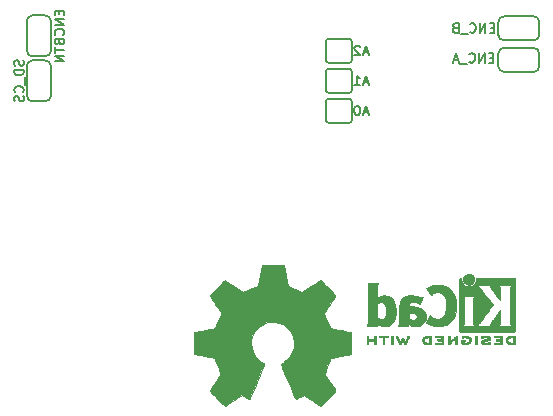
<source format=gbo>
G04 #@! TF.FileFunction,Legend,Bot*
%FSLAX46Y46*%
G04 Gerber Fmt 4.6, Leading zero omitted, Abs format (unit mm)*
G04 Created by KiCad (PCBNEW 4.0.7) date 04/09/18 15:19:32*
%MOMM*%
%LPD*%
G01*
G04 APERTURE LIST*
%ADD10C,0.100000*%
%ADD11C,0.152400*%
%ADD12C,0.010000*%
G04 APERTURE END LIST*
D10*
D11*
X196850000Y-56896000D02*
X194310000Y-56896000D01*
X197307200Y-57353200D02*
X197307200Y-58470800D01*
X193852800Y-57353200D02*
X193852800Y-58470800D01*
X194310000Y-58928000D02*
X196850000Y-58928000D01*
X197307200Y-58470800D02*
G75*
G02X196850000Y-58928000I-457200J0D01*
G01*
X194310000Y-58928000D02*
G75*
G02X193852800Y-58470800I0J457200D01*
G01*
X193852800Y-57353200D02*
G75*
G02X194310000Y-56896000I457200J0D01*
G01*
X196850000Y-56896000D02*
G75*
G02X197307200Y-57353200I0J-457200D01*
G01*
X196850000Y-54229000D02*
X194310000Y-54229000D01*
X197307200Y-54686200D02*
X197307200Y-55803800D01*
X193852800Y-54686200D02*
X193852800Y-55803800D01*
X194310000Y-56261000D02*
X196850000Y-56261000D01*
X197307200Y-55803800D02*
G75*
G02X196850000Y-56261000I-457200J0D01*
G01*
X194310000Y-56261000D02*
G75*
G02X193852800Y-55803800I0J457200D01*
G01*
X193852800Y-54686200D02*
G75*
G02X194310000Y-54229000I457200J0D01*
G01*
X196850000Y-54229000D02*
G75*
G02X197307200Y-54686200I0J-457200D01*
G01*
X153924000Y-54610000D02*
X153924000Y-57150000D01*
X154381200Y-54152800D02*
X155498800Y-54152800D01*
X154381200Y-57607200D02*
X155498800Y-57607200D01*
X155956000Y-57150000D02*
X155956000Y-54610000D01*
X155498800Y-54152800D02*
G75*
G02X155956000Y-54610000I0J-457200D01*
G01*
X155956000Y-57150000D02*
G75*
G02X155498800Y-57607200I-457200J0D01*
G01*
X154381200Y-57607200D02*
G75*
G02X153924000Y-57150000I0J457200D01*
G01*
X153924000Y-54610000D02*
G75*
G02X154381200Y-54152800I457200J0D01*
G01*
X179476400Y-63246000D02*
X181203600Y-63246000D01*
X179222400Y-62992000D02*
X179222400Y-61468000D01*
X181457600Y-62992000D02*
X181457600Y-61468000D01*
X181203600Y-61214000D02*
X179476400Y-61214000D01*
X179222400Y-61468000D02*
G75*
G02X179476400Y-61214000I254000J0D01*
G01*
X181203600Y-61214000D02*
G75*
G02X181457600Y-61468000I0J-254000D01*
G01*
X181457600Y-62992000D02*
G75*
G02X181203600Y-63246000I-254000J0D01*
G01*
X179476400Y-63246000D02*
G75*
G02X179222400Y-62992000I0J254000D01*
G01*
X153924000Y-58420000D02*
X153924000Y-60960000D01*
X154381200Y-57962800D02*
X155498800Y-57962800D01*
X154381200Y-61417200D02*
X155498800Y-61417200D01*
X155956000Y-60960000D02*
X155956000Y-58420000D01*
X155498800Y-57962800D02*
G75*
G02X155956000Y-58420000I0J-457200D01*
G01*
X155956000Y-60960000D02*
G75*
G02X155498800Y-61417200I-457200J0D01*
G01*
X154381200Y-61417200D02*
G75*
G02X153924000Y-60960000I0J457200D01*
G01*
X153924000Y-58420000D02*
G75*
G02X154381200Y-57962800I457200J0D01*
G01*
X179476400Y-60706000D02*
X181203600Y-60706000D01*
X179222400Y-60452000D02*
X179222400Y-58928000D01*
X181457600Y-60452000D02*
X181457600Y-58928000D01*
X181203600Y-58674000D02*
X179476400Y-58674000D01*
X179222400Y-58928000D02*
G75*
G02X179476400Y-58674000I254000J0D01*
G01*
X181203600Y-58674000D02*
G75*
G02X181457600Y-58928000I0J-254000D01*
G01*
X181457600Y-60452000D02*
G75*
G02X181203600Y-60706000I-254000J0D01*
G01*
X179476400Y-60706000D02*
G75*
G02X179222400Y-60452000I0J254000D01*
G01*
X179476400Y-58166000D02*
X181203600Y-58166000D01*
X179222400Y-57912000D02*
X179222400Y-56388000D01*
X181457600Y-57912000D02*
X181457600Y-56388000D01*
X181203600Y-56134000D02*
X179476400Y-56134000D01*
X179222400Y-56388000D02*
G75*
G02X179476400Y-56134000I254000J0D01*
G01*
X181203600Y-56134000D02*
G75*
G02X181457600Y-56388000I0J-254000D01*
G01*
X181457600Y-57912000D02*
G75*
G02X181203600Y-58166000I-254000J0D01*
G01*
X179476400Y-58166000D02*
G75*
G02X179222400Y-57912000I0J254000D01*
G01*
D12*
G36*
X173632197Y-76180640D02*
X173463324Y-77076427D01*
X172840204Y-77333298D01*
X172217084Y-77590168D01*
X171469547Y-77081849D01*
X171260198Y-76940316D01*
X171070957Y-76813945D01*
X170910657Y-76708507D01*
X170788126Y-76629770D01*
X170712198Y-76583505D01*
X170691520Y-76573529D01*
X170654269Y-76599186D01*
X170574668Y-76670115D01*
X170461639Y-76777257D01*
X170324105Y-76911550D01*
X170170988Y-77063934D01*
X170011211Y-77225347D01*
X169853695Y-77386730D01*
X169707363Y-77539022D01*
X169581137Y-77673162D01*
X169483940Y-77780089D01*
X169424693Y-77850742D01*
X169410529Y-77874388D01*
X169430913Y-77917979D01*
X169488059Y-78013481D01*
X169575959Y-78151550D01*
X169688604Y-78322845D01*
X169819987Y-78518025D01*
X169896118Y-78629352D01*
X170034882Y-78832633D01*
X170158189Y-79016073D01*
X170260055Y-79170542D01*
X170334499Y-79286909D01*
X170375539Y-79356042D01*
X170381706Y-79370570D01*
X170367726Y-79411860D01*
X170329618Y-79508092D01*
X170273133Y-79645734D01*
X170204020Y-79811258D01*
X170128030Y-79991132D01*
X170050911Y-80171828D01*
X169978415Y-80339814D01*
X169916291Y-80481560D01*
X169870288Y-80583537D01*
X169846157Y-80632214D01*
X169844733Y-80634130D01*
X169806842Y-80643425D01*
X169705931Y-80664160D01*
X169552460Y-80694298D01*
X169356888Y-80731801D01*
X169129675Y-80774629D01*
X168997109Y-80799326D01*
X168754321Y-80845553D01*
X168535026Y-80889540D01*
X168350319Y-80928881D01*
X168211295Y-80961169D01*
X168129048Y-80983997D01*
X168112515Y-80991240D01*
X168096322Y-81040261D01*
X168083256Y-81150977D01*
X168073309Y-81310438D01*
X168066472Y-81505700D01*
X168062736Y-81723814D01*
X168062093Y-81951835D01*
X168064532Y-82176815D01*
X168070047Y-82385809D01*
X168078626Y-82565868D01*
X168090263Y-82704047D01*
X168104948Y-82787398D01*
X168113755Y-82804750D01*
X168166401Y-82825548D01*
X168277957Y-82855282D01*
X168433665Y-82890459D01*
X168618771Y-82927586D01*
X168683387Y-82939597D01*
X168994929Y-82996662D01*
X169241024Y-83042618D01*
X169429805Y-83079293D01*
X169569402Y-83108513D01*
X169667948Y-83132104D01*
X169733574Y-83151892D01*
X169774411Y-83169706D01*
X169798591Y-83187370D01*
X169801974Y-83190861D01*
X169835745Y-83247100D01*
X169887263Y-83356547D01*
X169951383Y-83505800D01*
X170022961Y-83681459D01*
X170096854Y-83870121D01*
X170167917Y-84058385D01*
X170231007Y-84232848D01*
X170280979Y-84380108D01*
X170312688Y-84486764D01*
X170320992Y-84539413D01*
X170320300Y-84541257D01*
X170292164Y-84584292D01*
X170228335Y-84678978D01*
X170135520Y-84815460D01*
X170020427Y-84983882D01*
X169889763Y-85174390D01*
X169852552Y-85228529D01*
X169719871Y-85424804D01*
X169603117Y-85603886D01*
X169508651Y-85755492D01*
X169442832Y-85869338D01*
X169412022Y-85935141D01*
X169410529Y-85943225D01*
X169436416Y-85985715D01*
X169507946Y-86069891D01*
X169615924Y-86186705D01*
X169751154Y-86327110D01*
X169904442Y-86482061D01*
X170066591Y-86642509D01*
X170228407Y-86799409D01*
X170380694Y-86943713D01*
X170514257Y-87066376D01*
X170619900Y-87158350D01*
X170688428Y-87210589D01*
X170707386Y-87219118D01*
X170751513Y-87199029D01*
X170841858Y-87144849D01*
X170963705Y-87065704D01*
X171057454Y-87002001D01*
X171227322Y-86885110D01*
X171428488Y-86747476D01*
X171630267Y-86610063D01*
X171738750Y-86536519D01*
X172105942Y-86288155D01*
X172414174Y-86454813D01*
X172554596Y-86527822D01*
X172674004Y-86584571D01*
X172754798Y-86616937D01*
X172775364Y-86621441D01*
X172800094Y-86588189D01*
X172848882Y-86494224D01*
X172918087Y-86348213D01*
X173004065Y-86158824D01*
X173103176Y-85934724D01*
X173211776Y-85684581D01*
X173326225Y-85417063D01*
X173442880Y-85140836D01*
X173558099Y-84864568D01*
X173668240Y-84596927D01*
X173769661Y-84346580D01*
X173858720Y-84122195D01*
X173931775Y-83932439D01*
X173985184Y-83785980D01*
X174015305Y-83691485D01*
X174020149Y-83659031D01*
X173981755Y-83617636D01*
X173897692Y-83550438D01*
X173785533Y-83471400D01*
X173776119Y-83465147D01*
X173486232Y-83233103D01*
X173252488Y-82962386D01*
X173076913Y-82661653D01*
X172961531Y-82339561D01*
X172908370Y-82004765D01*
X172919453Y-81665922D01*
X172996808Y-81331688D01*
X173142460Y-81010719D01*
X173185312Y-80940495D01*
X173408198Y-80656927D01*
X173671509Y-80429218D01*
X173966135Y-80258551D01*
X174282959Y-80146112D01*
X174612870Y-80093083D01*
X174946754Y-80100651D01*
X175275497Y-80169998D01*
X175589986Y-80302309D01*
X175881107Y-80498768D01*
X175971160Y-80578506D01*
X176200347Y-80828108D01*
X176367354Y-81090868D01*
X176481915Y-81385399D01*
X176545719Y-81677075D01*
X176561470Y-82005012D01*
X176508949Y-82334577D01*
X176393490Y-82654630D01*
X176220429Y-82954032D01*
X175995101Y-83221643D01*
X175722840Y-83446325D01*
X175687058Y-83470008D01*
X175573698Y-83547568D01*
X175487522Y-83614768D01*
X175446323Y-83657675D01*
X175445724Y-83659031D01*
X175454569Y-83705446D01*
X175489631Y-83810786D01*
X175547267Y-83966388D01*
X175623834Y-84163584D01*
X175715686Y-84393710D01*
X175819183Y-84648101D01*
X175930679Y-84918090D01*
X176046532Y-85195012D01*
X176163097Y-85470201D01*
X176276733Y-85734993D01*
X176383794Y-85980721D01*
X176480638Y-86198721D01*
X176563621Y-86380326D01*
X176629099Y-86516871D01*
X176673431Y-86599690D01*
X176691283Y-86621441D01*
X176745834Y-86604504D01*
X176847905Y-86559077D01*
X176979895Y-86493280D01*
X177052474Y-86454813D01*
X177360705Y-86288155D01*
X177727897Y-86536519D01*
X177915340Y-86663754D01*
X178120557Y-86803773D01*
X178312867Y-86935612D01*
X178409193Y-87002001D01*
X178544673Y-87092976D01*
X178659393Y-87165071D01*
X178738388Y-87209154D01*
X178764046Y-87218473D01*
X178801391Y-87193334D01*
X178884042Y-87123154D01*
X179003985Y-87015220D01*
X179153209Y-86876818D01*
X179323699Y-86715235D01*
X179431526Y-86611488D01*
X179620172Y-86426135D01*
X179783205Y-86260351D01*
X179914032Y-86121227D01*
X180006065Y-86015856D01*
X180052713Y-85951329D01*
X180057188Y-85938234D01*
X180036420Y-85888425D01*
X179979031Y-85787713D01*
X179891387Y-85646295D01*
X179779854Y-85474367D01*
X179650797Y-85282124D01*
X179614096Y-85228529D01*
X179480368Y-85033733D01*
X179360393Y-84858353D01*
X179260879Y-84712243D01*
X179188533Y-84605258D01*
X179150064Y-84547255D01*
X179146347Y-84541257D01*
X179151905Y-84495032D01*
X179181407Y-84393398D01*
X179229709Y-84249758D01*
X179291667Y-84077514D01*
X179362137Y-83890066D01*
X179435975Y-83700818D01*
X179508037Y-83523171D01*
X179573178Y-83370527D01*
X179626255Y-83256288D01*
X179662123Y-83193856D01*
X179664673Y-83190861D01*
X179686606Y-83173019D01*
X179723652Y-83155374D01*
X179783941Y-83136101D01*
X179875604Y-83113374D01*
X180006774Y-83085364D01*
X180185582Y-83050247D01*
X180420158Y-83006195D01*
X180718635Y-82951382D01*
X180783260Y-82939597D01*
X180974794Y-82902591D01*
X181141769Y-82866389D01*
X181269432Y-82834485D01*
X181343024Y-82810372D01*
X181352892Y-82804750D01*
X181369153Y-82754910D01*
X181382370Y-82643532D01*
X181392536Y-82483563D01*
X181399640Y-82287950D01*
X181403674Y-82069640D01*
X181404630Y-81841579D01*
X181402498Y-81616714D01*
X181397269Y-81407991D01*
X181388935Y-81228358D01*
X181377487Y-81090762D01*
X181362916Y-81008148D01*
X181354132Y-80991240D01*
X181305230Y-80974184D01*
X181193873Y-80946436D01*
X181031156Y-80910403D01*
X180828174Y-80868493D01*
X180596021Y-80823111D01*
X180469538Y-80799326D01*
X180229555Y-80754465D01*
X180015549Y-80713825D01*
X179837978Y-80679446D01*
X179707302Y-80653365D01*
X179633982Y-80637621D01*
X179621915Y-80634130D01*
X179601519Y-80594779D01*
X179558406Y-80499993D01*
X179498321Y-80363315D01*
X179427013Y-80198286D01*
X179350227Y-80018447D01*
X179273710Y-79837340D01*
X179203210Y-79668507D01*
X179144473Y-79525488D01*
X179103246Y-79421826D01*
X179085276Y-79371061D01*
X179084941Y-79368842D01*
X179105313Y-79328796D01*
X179162427Y-79236639D01*
X179250279Y-79101533D01*
X179362867Y-78932635D01*
X179494189Y-78739105D01*
X179570529Y-78627941D01*
X179709636Y-78424116D01*
X179833188Y-78239063D01*
X179935158Y-78082146D01*
X180009517Y-77962724D01*
X180050237Y-77890160D01*
X180056118Y-77873893D01*
X180030837Y-77836030D01*
X179960948Y-77755186D01*
X179855377Y-77640419D01*
X179723052Y-77500785D01*
X179572901Y-77345342D01*
X179413852Y-77183146D01*
X179254833Y-77023254D01*
X179104771Y-76874724D01*
X178972594Y-76746613D01*
X178867230Y-76647977D01*
X178797607Y-76587873D01*
X178774315Y-76573529D01*
X178736390Y-76593699D01*
X178645683Y-76650363D01*
X178511011Y-76737753D01*
X178341195Y-76850100D01*
X178145054Y-76981638D01*
X177997100Y-77081849D01*
X177249564Y-77590168D01*
X176626444Y-77333298D01*
X176003324Y-77076427D01*
X175665576Y-75284853D01*
X173801071Y-75284853D01*
X173632197Y-76180640D01*
X173632197Y-76180640D01*
G37*
X173632197Y-76180640D02*
X173463324Y-77076427D01*
X172840204Y-77333298D01*
X172217084Y-77590168D01*
X171469547Y-77081849D01*
X171260198Y-76940316D01*
X171070957Y-76813945D01*
X170910657Y-76708507D01*
X170788126Y-76629770D01*
X170712198Y-76583505D01*
X170691520Y-76573529D01*
X170654269Y-76599186D01*
X170574668Y-76670115D01*
X170461639Y-76777257D01*
X170324105Y-76911550D01*
X170170988Y-77063934D01*
X170011211Y-77225347D01*
X169853695Y-77386730D01*
X169707363Y-77539022D01*
X169581137Y-77673162D01*
X169483940Y-77780089D01*
X169424693Y-77850742D01*
X169410529Y-77874388D01*
X169430913Y-77917979D01*
X169488059Y-78013481D01*
X169575959Y-78151550D01*
X169688604Y-78322845D01*
X169819987Y-78518025D01*
X169896118Y-78629352D01*
X170034882Y-78832633D01*
X170158189Y-79016073D01*
X170260055Y-79170542D01*
X170334499Y-79286909D01*
X170375539Y-79356042D01*
X170381706Y-79370570D01*
X170367726Y-79411860D01*
X170329618Y-79508092D01*
X170273133Y-79645734D01*
X170204020Y-79811258D01*
X170128030Y-79991132D01*
X170050911Y-80171828D01*
X169978415Y-80339814D01*
X169916291Y-80481560D01*
X169870288Y-80583537D01*
X169846157Y-80632214D01*
X169844733Y-80634130D01*
X169806842Y-80643425D01*
X169705931Y-80664160D01*
X169552460Y-80694298D01*
X169356888Y-80731801D01*
X169129675Y-80774629D01*
X168997109Y-80799326D01*
X168754321Y-80845553D01*
X168535026Y-80889540D01*
X168350319Y-80928881D01*
X168211295Y-80961169D01*
X168129048Y-80983997D01*
X168112515Y-80991240D01*
X168096322Y-81040261D01*
X168083256Y-81150977D01*
X168073309Y-81310438D01*
X168066472Y-81505700D01*
X168062736Y-81723814D01*
X168062093Y-81951835D01*
X168064532Y-82176815D01*
X168070047Y-82385809D01*
X168078626Y-82565868D01*
X168090263Y-82704047D01*
X168104948Y-82787398D01*
X168113755Y-82804750D01*
X168166401Y-82825548D01*
X168277957Y-82855282D01*
X168433665Y-82890459D01*
X168618771Y-82927586D01*
X168683387Y-82939597D01*
X168994929Y-82996662D01*
X169241024Y-83042618D01*
X169429805Y-83079293D01*
X169569402Y-83108513D01*
X169667948Y-83132104D01*
X169733574Y-83151892D01*
X169774411Y-83169706D01*
X169798591Y-83187370D01*
X169801974Y-83190861D01*
X169835745Y-83247100D01*
X169887263Y-83356547D01*
X169951383Y-83505800D01*
X170022961Y-83681459D01*
X170096854Y-83870121D01*
X170167917Y-84058385D01*
X170231007Y-84232848D01*
X170280979Y-84380108D01*
X170312688Y-84486764D01*
X170320992Y-84539413D01*
X170320300Y-84541257D01*
X170292164Y-84584292D01*
X170228335Y-84678978D01*
X170135520Y-84815460D01*
X170020427Y-84983882D01*
X169889763Y-85174390D01*
X169852552Y-85228529D01*
X169719871Y-85424804D01*
X169603117Y-85603886D01*
X169508651Y-85755492D01*
X169442832Y-85869338D01*
X169412022Y-85935141D01*
X169410529Y-85943225D01*
X169436416Y-85985715D01*
X169507946Y-86069891D01*
X169615924Y-86186705D01*
X169751154Y-86327110D01*
X169904442Y-86482061D01*
X170066591Y-86642509D01*
X170228407Y-86799409D01*
X170380694Y-86943713D01*
X170514257Y-87066376D01*
X170619900Y-87158350D01*
X170688428Y-87210589D01*
X170707386Y-87219118D01*
X170751513Y-87199029D01*
X170841858Y-87144849D01*
X170963705Y-87065704D01*
X171057454Y-87002001D01*
X171227322Y-86885110D01*
X171428488Y-86747476D01*
X171630267Y-86610063D01*
X171738750Y-86536519D01*
X172105942Y-86288155D01*
X172414174Y-86454813D01*
X172554596Y-86527822D01*
X172674004Y-86584571D01*
X172754798Y-86616937D01*
X172775364Y-86621441D01*
X172800094Y-86588189D01*
X172848882Y-86494224D01*
X172918087Y-86348213D01*
X173004065Y-86158824D01*
X173103176Y-85934724D01*
X173211776Y-85684581D01*
X173326225Y-85417063D01*
X173442880Y-85140836D01*
X173558099Y-84864568D01*
X173668240Y-84596927D01*
X173769661Y-84346580D01*
X173858720Y-84122195D01*
X173931775Y-83932439D01*
X173985184Y-83785980D01*
X174015305Y-83691485D01*
X174020149Y-83659031D01*
X173981755Y-83617636D01*
X173897692Y-83550438D01*
X173785533Y-83471400D01*
X173776119Y-83465147D01*
X173486232Y-83233103D01*
X173252488Y-82962386D01*
X173076913Y-82661653D01*
X172961531Y-82339561D01*
X172908370Y-82004765D01*
X172919453Y-81665922D01*
X172996808Y-81331688D01*
X173142460Y-81010719D01*
X173185312Y-80940495D01*
X173408198Y-80656927D01*
X173671509Y-80429218D01*
X173966135Y-80258551D01*
X174282959Y-80146112D01*
X174612870Y-80093083D01*
X174946754Y-80100651D01*
X175275497Y-80169998D01*
X175589986Y-80302309D01*
X175881107Y-80498768D01*
X175971160Y-80578506D01*
X176200347Y-80828108D01*
X176367354Y-81090868D01*
X176481915Y-81385399D01*
X176545719Y-81677075D01*
X176561470Y-82005012D01*
X176508949Y-82334577D01*
X176393490Y-82654630D01*
X176220429Y-82954032D01*
X175995101Y-83221643D01*
X175722840Y-83446325D01*
X175687058Y-83470008D01*
X175573698Y-83547568D01*
X175487522Y-83614768D01*
X175446323Y-83657675D01*
X175445724Y-83659031D01*
X175454569Y-83705446D01*
X175489631Y-83810786D01*
X175547267Y-83966388D01*
X175623834Y-84163584D01*
X175715686Y-84393710D01*
X175819183Y-84648101D01*
X175930679Y-84918090D01*
X176046532Y-85195012D01*
X176163097Y-85470201D01*
X176276733Y-85734993D01*
X176383794Y-85980721D01*
X176480638Y-86198721D01*
X176563621Y-86380326D01*
X176629099Y-86516871D01*
X176673431Y-86599690D01*
X176691283Y-86621441D01*
X176745834Y-86604504D01*
X176847905Y-86559077D01*
X176979895Y-86493280D01*
X177052474Y-86454813D01*
X177360705Y-86288155D01*
X177727897Y-86536519D01*
X177915340Y-86663754D01*
X178120557Y-86803773D01*
X178312867Y-86935612D01*
X178409193Y-87002001D01*
X178544673Y-87092976D01*
X178659393Y-87165071D01*
X178738388Y-87209154D01*
X178764046Y-87218473D01*
X178801391Y-87193334D01*
X178884042Y-87123154D01*
X179003985Y-87015220D01*
X179153209Y-86876818D01*
X179323699Y-86715235D01*
X179431526Y-86611488D01*
X179620172Y-86426135D01*
X179783205Y-86260351D01*
X179914032Y-86121227D01*
X180006065Y-86015856D01*
X180052713Y-85951329D01*
X180057188Y-85938234D01*
X180036420Y-85888425D01*
X179979031Y-85787713D01*
X179891387Y-85646295D01*
X179779854Y-85474367D01*
X179650797Y-85282124D01*
X179614096Y-85228529D01*
X179480368Y-85033733D01*
X179360393Y-84858353D01*
X179260879Y-84712243D01*
X179188533Y-84605258D01*
X179150064Y-84547255D01*
X179146347Y-84541257D01*
X179151905Y-84495032D01*
X179181407Y-84393398D01*
X179229709Y-84249758D01*
X179291667Y-84077514D01*
X179362137Y-83890066D01*
X179435975Y-83700818D01*
X179508037Y-83523171D01*
X179573178Y-83370527D01*
X179626255Y-83256288D01*
X179662123Y-83193856D01*
X179664673Y-83190861D01*
X179686606Y-83173019D01*
X179723652Y-83155374D01*
X179783941Y-83136101D01*
X179875604Y-83113374D01*
X180006774Y-83085364D01*
X180185582Y-83050247D01*
X180420158Y-83006195D01*
X180718635Y-82951382D01*
X180783260Y-82939597D01*
X180974794Y-82902591D01*
X181141769Y-82866389D01*
X181269432Y-82834485D01*
X181343024Y-82810372D01*
X181352892Y-82804750D01*
X181369153Y-82754910D01*
X181382370Y-82643532D01*
X181392536Y-82483563D01*
X181399640Y-82287950D01*
X181403674Y-82069640D01*
X181404630Y-81841579D01*
X181402498Y-81616714D01*
X181397269Y-81407991D01*
X181388935Y-81228358D01*
X181377487Y-81090762D01*
X181362916Y-81008148D01*
X181354132Y-80991240D01*
X181305230Y-80974184D01*
X181193873Y-80946436D01*
X181031156Y-80910403D01*
X180828174Y-80868493D01*
X180596021Y-80823111D01*
X180469538Y-80799326D01*
X180229555Y-80754465D01*
X180015549Y-80713825D01*
X179837978Y-80679446D01*
X179707302Y-80653365D01*
X179633982Y-80637621D01*
X179621915Y-80634130D01*
X179601519Y-80594779D01*
X179558406Y-80499993D01*
X179498321Y-80363315D01*
X179427013Y-80198286D01*
X179350227Y-80018447D01*
X179273710Y-79837340D01*
X179203210Y-79668507D01*
X179144473Y-79525488D01*
X179103246Y-79421826D01*
X179085276Y-79371061D01*
X179084941Y-79368842D01*
X179105313Y-79328796D01*
X179162427Y-79236639D01*
X179250279Y-79101533D01*
X179362867Y-78932635D01*
X179494189Y-78739105D01*
X179570529Y-78627941D01*
X179709636Y-78424116D01*
X179833188Y-78239063D01*
X179935158Y-78082146D01*
X180009517Y-77962724D01*
X180050237Y-77890160D01*
X180056118Y-77873893D01*
X180030837Y-77836030D01*
X179960948Y-77755186D01*
X179855377Y-77640419D01*
X179723052Y-77500785D01*
X179572901Y-77345342D01*
X179413852Y-77183146D01*
X179254833Y-77023254D01*
X179104771Y-76874724D01*
X178972594Y-76746613D01*
X178867230Y-76647977D01*
X178797607Y-76587873D01*
X178774315Y-76573529D01*
X178736390Y-76593699D01*
X178645683Y-76650363D01*
X178511011Y-76737753D01*
X178341195Y-76850100D01*
X178145054Y-76981638D01*
X177997100Y-77081849D01*
X177249564Y-77590168D01*
X176626444Y-77333298D01*
X176003324Y-77076427D01*
X175665576Y-75284853D01*
X173801071Y-75284853D01*
X173632197Y-76180640D01*
G36*
X195097371Y-81263066D02*
X195057889Y-81263467D01*
X194942200Y-81266259D01*
X194845311Y-81274550D01*
X194763919Y-81289232D01*
X194694723Y-81311193D01*
X194634420Y-81341322D01*
X194579708Y-81380510D01*
X194560167Y-81397532D01*
X194527750Y-81437363D01*
X194498520Y-81491413D01*
X194475991Y-81551323D01*
X194463679Y-81608739D01*
X194462400Y-81629956D01*
X194470417Y-81688769D01*
X194491899Y-81753013D01*
X194522999Y-81813821D01*
X194559866Y-81862330D01*
X194565854Y-81868182D01*
X194616579Y-81909321D01*
X194672125Y-81941435D01*
X194735696Y-81965365D01*
X194810494Y-81981953D01*
X194899722Y-81992041D01*
X195006582Y-81996469D01*
X195055528Y-81996845D01*
X195117762Y-81996545D01*
X195161528Y-81995292D01*
X195190931Y-81992554D01*
X195210079Y-81987801D01*
X195223077Y-81980501D01*
X195230045Y-81974267D01*
X195236626Y-81966694D01*
X195241788Y-81956924D01*
X195245703Y-81942340D01*
X195248543Y-81920326D01*
X195250480Y-81888264D01*
X195251684Y-81843536D01*
X195252328Y-81783526D01*
X195252583Y-81705617D01*
X195252622Y-81629956D01*
X195252870Y-81529041D01*
X195252817Y-81448427D01*
X195251857Y-81409822D01*
X195105867Y-81409822D01*
X195105867Y-81850089D01*
X195012734Y-81850004D01*
X194956693Y-81848396D01*
X194897999Y-81844256D01*
X194849028Y-81838464D01*
X194847538Y-81838226D01*
X194768392Y-81819090D01*
X194707002Y-81789287D01*
X194660305Y-81746878D01*
X194630635Y-81700961D01*
X194612353Y-81650026D01*
X194613771Y-81602200D01*
X194634988Y-81550933D01*
X194676489Y-81497899D01*
X194733998Y-81458600D01*
X194808750Y-81432331D01*
X194858708Y-81423035D01*
X194915416Y-81416507D01*
X194975519Y-81411782D01*
X195026639Y-81409817D01*
X195029667Y-81409808D01*
X195105867Y-81409822D01*
X195251857Y-81409822D01*
X195251260Y-81385851D01*
X195246998Y-81339055D01*
X195238830Y-81305778D01*
X195225556Y-81283759D01*
X195205974Y-81270739D01*
X195178883Y-81264457D01*
X195143082Y-81262653D01*
X195097371Y-81263066D01*
X195097371Y-81263066D01*
G37*
X195097371Y-81263066D02*
X195057889Y-81263467D01*
X194942200Y-81266259D01*
X194845311Y-81274550D01*
X194763919Y-81289232D01*
X194694723Y-81311193D01*
X194634420Y-81341322D01*
X194579708Y-81380510D01*
X194560167Y-81397532D01*
X194527750Y-81437363D01*
X194498520Y-81491413D01*
X194475991Y-81551323D01*
X194463679Y-81608739D01*
X194462400Y-81629956D01*
X194470417Y-81688769D01*
X194491899Y-81753013D01*
X194522999Y-81813821D01*
X194559866Y-81862330D01*
X194565854Y-81868182D01*
X194616579Y-81909321D01*
X194672125Y-81941435D01*
X194735696Y-81965365D01*
X194810494Y-81981953D01*
X194899722Y-81992041D01*
X195006582Y-81996469D01*
X195055528Y-81996845D01*
X195117762Y-81996545D01*
X195161528Y-81995292D01*
X195190931Y-81992554D01*
X195210079Y-81987801D01*
X195223077Y-81980501D01*
X195230045Y-81974267D01*
X195236626Y-81966694D01*
X195241788Y-81956924D01*
X195245703Y-81942340D01*
X195248543Y-81920326D01*
X195250480Y-81888264D01*
X195251684Y-81843536D01*
X195252328Y-81783526D01*
X195252583Y-81705617D01*
X195252622Y-81629956D01*
X195252870Y-81529041D01*
X195252817Y-81448427D01*
X195251857Y-81409822D01*
X195105867Y-81409822D01*
X195105867Y-81850089D01*
X195012734Y-81850004D01*
X194956693Y-81848396D01*
X194897999Y-81844256D01*
X194849028Y-81838464D01*
X194847538Y-81838226D01*
X194768392Y-81819090D01*
X194707002Y-81789287D01*
X194660305Y-81746878D01*
X194630635Y-81700961D01*
X194612353Y-81650026D01*
X194613771Y-81602200D01*
X194634988Y-81550933D01*
X194676489Y-81497899D01*
X194733998Y-81458600D01*
X194808750Y-81432331D01*
X194858708Y-81423035D01*
X194915416Y-81416507D01*
X194975519Y-81411782D01*
X195026639Y-81409817D01*
X195029667Y-81409808D01*
X195105867Y-81409822D01*
X195251857Y-81409822D01*
X195251260Y-81385851D01*
X195246998Y-81339055D01*
X195238830Y-81305778D01*
X195225556Y-81283759D01*
X195205974Y-81270739D01*
X195178883Y-81264457D01*
X195143082Y-81262653D01*
X195097371Y-81263066D01*
G36*
X193688794Y-81263146D02*
X193619386Y-81263518D01*
X193566997Y-81264385D01*
X193528847Y-81265946D01*
X193502159Y-81268403D01*
X193484153Y-81271957D01*
X193472049Y-81276810D01*
X193463069Y-81283161D01*
X193459818Y-81286084D01*
X193440043Y-81317142D01*
X193436482Y-81352828D01*
X193449491Y-81384510D01*
X193455506Y-81390913D01*
X193465235Y-81397121D01*
X193480901Y-81401910D01*
X193505408Y-81405514D01*
X193541661Y-81408164D01*
X193592565Y-81410095D01*
X193661026Y-81411539D01*
X193723617Y-81412418D01*
X193971334Y-81415467D01*
X193974719Y-81480378D01*
X193978105Y-81545289D01*
X193809958Y-81545289D01*
X193736959Y-81545919D01*
X193683517Y-81548553D01*
X193646628Y-81554309D01*
X193623288Y-81564304D01*
X193610494Y-81579656D01*
X193605242Y-81601482D01*
X193604445Y-81621738D01*
X193606923Y-81646592D01*
X193616277Y-81664906D01*
X193635383Y-81677637D01*
X193667118Y-81685741D01*
X193714359Y-81690176D01*
X193779983Y-81691899D01*
X193815801Y-81692045D01*
X193976978Y-81692045D01*
X193976978Y-81850089D01*
X193728622Y-81850089D01*
X193647213Y-81850202D01*
X193585342Y-81850712D01*
X193539968Y-81851870D01*
X193508054Y-81853930D01*
X193486559Y-81857146D01*
X193472443Y-81861772D01*
X193462668Y-81868059D01*
X193457689Y-81872667D01*
X193440610Y-81899560D01*
X193435111Y-81923467D01*
X193442963Y-81952667D01*
X193457689Y-81974267D01*
X193465546Y-81981066D01*
X193475688Y-81986346D01*
X193490844Y-81990298D01*
X193513741Y-81993113D01*
X193547109Y-81994982D01*
X193593675Y-81996098D01*
X193656167Y-81996651D01*
X193737314Y-81996833D01*
X193779422Y-81996845D01*
X193869598Y-81996765D01*
X193939924Y-81996398D01*
X193993129Y-81995552D01*
X194031940Y-81994036D01*
X194059087Y-81991659D01*
X194077298Y-81988229D01*
X194089300Y-81983554D01*
X194097822Y-81977444D01*
X194101156Y-81974267D01*
X194107755Y-81966670D01*
X194112927Y-81956870D01*
X194116846Y-81942239D01*
X194119684Y-81920152D01*
X194121615Y-81887982D01*
X194122812Y-81843103D01*
X194123448Y-81782889D01*
X194123697Y-81704713D01*
X194123734Y-81631923D01*
X194123700Y-81538707D01*
X194123465Y-81465431D01*
X194122830Y-81409458D01*
X194121594Y-81368151D01*
X194119556Y-81338872D01*
X194116517Y-81318984D01*
X194112277Y-81305850D01*
X194106635Y-81296832D01*
X194099391Y-81289293D01*
X194097606Y-81287612D01*
X194088945Y-81280172D01*
X194078882Y-81274409D01*
X194064625Y-81270112D01*
X194043383Y-81267064D01*
X194012364Y-81265051D01*
X193968777Y-81263860D01*
X193909831Y-81263275D01*
X193832734Y-81263083D01*
X193778001Y-81263067D01*
X193688794Y-81263146D01*
X193688794Y-81263146D01*
G37*
X193688794Y-81263146D02*
X193619386Y-81263518D01*
X193566997Y-81264385D01*
X193528847Y-81265946D01*
X193502159Y-81268403D01*
X193484153Y-81271957D01*
X193472049Y-81276810D01*
X193463069Y-81283161D01*
X193459818Y-81286084D01*
X193440043Y-81317142D01*
X193436482Y-81352828D01*
X193449491Y-81384510D01*
X193455506Y-81390913D01*
X193465235Y-81397121D01*
X193480901Y-81401910D01*
X193505408Y-81405514D01*
X193541661Y-81408164D01*
X193592565Y-81410095D01*
X193661026Y-81411539D01*
X193723617Y-81412418D01*
X193971334Y-81415467D01*
X193974719Y-81480378D01*
X193978105Y-81545289D01*
X193809958Y-81545289D01*
X193736959Y-81545919D01*
X193683517Y-81548553D01*
X193646628Y-81554309D01*
X193623288Y-81564304D01*
X193610494Y-81579656D01*
X193605242Y-81601482D01*
X193604445Y-81621738D01*
X193606923Y-81646592D01*
X193616277Y-81664906D01*
X193635383Y-81677637D01*
X193667118Y-81685741D01*
X193714359Y-81690176D01*
X193779983Y-81691899D01*
X193815801Y-81692045D01*
X193976978Y-81692045D01*
X193976978Y-81850089D01*
X193728622Y-81850089D01*
X193647213Y-81850202D01*
X193585342Y-81850712D01*
X193539968Y-81851870D01*
X193508054Y-81853930D01*
X193486559Y-81857146D01*
X193472443Y-81861772D01*
X193462668Y-81868059D01*
X193457689Y-81872667D01*
X193440610Y-81899560D01*
X193435111Y-81923467D01*
X193442963Y-81952667D01*
X193457689Y-81974267D01*
X193465546Y-81981066D01*
X193475688Y-81986346D01*
X193490844Y-81990298D01*
X193513741Y-81993113D01*
X193547109Y-81994982D01*
X193593675Y-81996098D01*
X193656167Y-81996651D01*
X193737314Y-81996833D01*
X193779422Y-81996845D01*
X193869598Y-81996765D01*
X193939924Y-81996398D01*
X193993129Y-81995552D01*
X194031940Y-81994036D01*
X194059087Y-81991659D01*
X194077298Y-81988229D01*
X194089300Y-81983554D01*
X194097822Y-81977444D01*
X194101156Y-81974267D01*
X194107755Y-81966670D01*
X194112927Y-81956870D01*
X194116846Y-81942239D01*
X194119684Y-81920152D01*
X194121615Y-81887982D01*
X194122812Y-81843103D01*
X194123448Y-81782889D01*
X194123697Y-81704713D01*
X194123734Y-81631923D01*
X194123700Y-81538707D01*
X194123465Y-81465431D01*
X194122830Y-81409458D01*
X194121594Y-81368151D01*
X194119556Y-81338872D01*
X194116517Y-81318984D01*
X194112277Y-81305850D01*
X194106635Y-81296832D01*
X194099391Y-81289293D01*
X194097606Y-81287612D01*
X194088945Y-81280172D01*
X194078882Y-81274409D01*
X194064625Y-81270112D01*
X194043383Y-81267064D01*
X194012364Y-81265051D01*
X193968777Y-81263860D01*
X193909831Y-81263275D01*
X193832734Y-81263083D01*
X193778001Y-81263067D01*
X193688794Y-81263146D01*
G36*
X192667703Y-81264351D02*
X192592888Y-81269581D01*
X192523306Y-81277750D01*
X192463002Y-81288550D01*
X192416020Y-81301673D01*
X192386406Y-81316813D01*
X192381860Y-81321269D01*
X192366054Y-81355850D01*
X192370847Y-81391351D01*
X192395364Y-81421725D01*
X192396534Y-81422596D01*
X192410954Y-81431954D01*
X192426008Y-81436876D01*
X192447005Y-81437473D01*
X192479257Y-81433861D01*
X192528073Y-81426154D01*
X192532000Y-81425505D01*
X192604739Y-81416569D01*
X192683217Y-81412161D01*
X192761927Y-81412119D01*
X192835361Y-81416279D01*
X192898011Y-81424479D01*
X192944370Y-81436557D01*
X192947416Y-81437771D01*
X192981048Y-81456615D01*
X192992864Y-81475685D01*
X192983614Y-81494439D01*
X192954047Y-81512337D01*
X192904911Y-81528837D01*
X192836957Y-81543396D01*
X192791645Y-81550406D01*
X192697456Y-81563889D01*
X192622544Y-81576214D01*
X192563717Y-81588449D01*
X192517785Y-81601661D01*
X192481555Y-81616917D01*
X192451838Y-81635285D01*
X192425442Y-81657831D01*
X192404230Y-81679971D01*
X192379065Y-81710819D01*
X192366681Y-81737345D01*
X192362808Y-81770026D01*
X192362667Y-81781995D01*
X192365576Y-81821712D01*
X192377202Y-81851259D01*
X192397323Y-81877486D01*
X192438216Y-81917576D01*
X192483817Y-81948149D01*
X192537513Y-81970203D01*
X192602692Y-81984735D01*
X192682744Y-81992741D01*
X192781057Y-81995218D01*
X192797289Y-81995177D01*
X192862849Y-81993818D01*
X192927866Y-81990730D01*
X192985252Y-81986356D01*
X193027922Y-81981140D01*
X193031372Y-81980541D01*
X193073796Y-81970491D01*
X193109780Y-81957796D01*
X193130150Y-81946190D01*
X193149107Y-81915572D01*
X193150427Y-81879918D01*
X193134085Y-81848144D01*
X193130429Y-81844551D01*
X193115315Y-81833876D01*
X193096415Y-81829276D01*
X193067162Y-81830059D01*
X193031651Y-81834127D01*
X192991970Y-81837762D01*
X192936345Y-81840828D01*
X192871406Y-81843053D01*
X192803785Y-81844164D01*
X192786000Y-81844237D01*
X192718128Y-81843964D01*
X192668454Y-81842646D01*
X192632610Y-81839827D01*
X192606224Y-81835050D01*
X192584926Y-81827857D01*
X192572126Y-81821867D01*
X192544000Y-81805233D01*
X192526068Y-81790168D01*
X192523447Y-81785897D01*
X192528976Y-81768263D01*
X192555260Y-81751192D01*
X192600478Y-81735458D01*
X192662808Y-81721838D01*
X192681171Y-81718804D01*
X192777090Y-81703738D01*
X192853641Y-81691146D01*
X192913780Y-81680111D01*
X192960460Y-81669720D01*
X192996637Y-81659056D01*
X193025265Y-81647205D01*
X193049298Y-81633251D01*
X193071692Y-81616281D01*
X193095402Y-81595378D01*
X193103380Y-81588049D01*
X193131353Y-81560699D01*
X193146160Y-81539029D01*
X193151952Y-81514232D01*
X193152889Y-81482983D01*
X193142575Y-81421705D01*
X193111752Y-81369640D01*
X193060595Y-81326958D01*
X192989283Y-81293825D01*
X192938400Y-81278964D01*
X192883100Y-81269366D01*
X192816853Y-81263936D01*
X192743706Y-81262367D01*
X192667703Y-81264351D01*
X192667703Y-81264351D01*
G37*
X192667703Y-81264351D02*
X192592888Y-81269581D01*
X192523306Y-81277750D01*
X192463002Y-81288550D01*
X192416020Y-81301673D01*
X192386406Y-81316813D01*
X192381860Y-81321269D01*
X192366054Y-81355850D01*
X192370847Y-81391351D01*
X192395364Y-81421725D01*
X192396534Y-81422596D01*
X192410954Y-81431954D01*
X192426008Y-81436876D01*
X192447005Y-81437473D01*
X192479257Y-81433861D01*
X192528073Y-81426154D01*
X192532000Y-81425505D01*
X192604739Y-81416569D01*
X192683217Y-81412161D01*
X192761927Y-81412119D01*
X192835361Y-81416279D01*
X192898011Y-81424479D01*
X192944370Y-81436557D01*
X192947416Y-81437771D01*
X192981048Y-81456615D01*
X192992864Y-81475685D01*
X192983614Y-81494439D01*
X192954047Y-81512337D01*
X192904911Y-81528837D01*
X192836957Y-81543396D01*
X192791645Y-81550406D01*
X192697456Y-81563889D01*
X192622544Y-81576214D01*
X192563717Y-81588449D01*
X192517785Y-81601661D01*
X192481555Y-81616917D01*
X192451838Y-81635285D01*
X192425442Y-81657831D01*
X192404230Y-81679971D01*
X192379065Y-81710819D01*
X192366681Y-81737345D01*
X192362808Y-81770026D01*
X192362667Y-81781995D01*
X192365576Y-81821712D01*
X192377202Y-81851259D01*
X192397323Y-81877486D01*
X192438216Y-81917576D01*
X192483817Y-81948149D01*
X192537513Y-81970203D01*
X192602692Y-81984735D01*
X192682744Y-81992741D01*
X192781057Y-81995218D01*
X192797289Y-81995177D01*
X192862849Y-81993818D01*
X192927866Y-81990730D01*
X192985252Y-81986356D01*
X193027922Y-81981140D01*
X193031372Y-81980541D01*
X193073796Y-81970491D01*
X193109780Y-81957796D01*
X193130150Y-81946190D01*
X193149107Y-81915572D01*
X193150427Y-81879918D01*
X193134085Y-81848144D01*
X193130429Y-81844551D01*
X193115315Y-81833876D01*
X193096415Y-81829276D01*
X193067162Y-81830059D01*
X193031651Y-81834127D01*
X192991970Y-81837762D01*
X192936345Y-81840828D01*
X192871406Y-81843053D01*
X192803785Y-81844164D01*
X192786000Y-81844237D01*
X192718128Y-81843964D01*
X192668454Y-81842646D01*
X192632610Y-81839827D01*
X192606224Y-81835050D01*
X192584926Y-81827857D01*
X192572126Y-81821867D01*
X192544000Y-81805233D01*
X192526068Y-81790168D01*
X192523447Y-81785897D01*
X192528976Y-81768263D01*
X192555260Y-81751192D01*
X192600478Y-81735458D01*
X192662808Y-81721838D01*
X192681171Y-81718804D01*
X192777090Y-81703738D01*
X192853641Y-81691146D01*
X192913780Y-81680111D01*
X192960460Y-81669720D01*
X192996637Y-81659056D01*
X193025265Y-81647205D01*
X193049298Y-81633251D01*
X193071692Y-81616281D01*
X193095402Y-81595378D01*
X193103380Y-81588049D01*
X193131353Y-81560699D01*
X193146160Y-81539029D01*
X193151952Y-81514232D01*
X193152889Y-81482983D01*
X193142575Y-81421705D01*
X193111752Y-81369640D01*
X193060595Y-81326958D01*
X192989283Y-81293825D01*
X192938400Y-81278964D01*
X192883100Y-81269366D01*
X192816853Y-81263936D01*
X192743706Y-81262367D01*
X192667703Y-81264351D01*
G36*
X191899822Y-81285645D02*
X191893242Y-81293218D01*
X191888079Y-81302987D01*
X191884164Y-81317571D01*
X191881324Y-81339585D01*
X191879387Y-81371648D01*
X191878183Y-81416375D01*
X191877539Y-81476385D01*
X191877284Y-81554294D01*
X191877245Y-81629956D01*
X191877314Y-81723802D01*
X191877638Y-81797689D01*
X191878386Y-81854232D01*
X191879732Y-81896049D01*
X191881846Y-81925757D01*
X191884900Y-81945973D01*
X191889066Y-81959314D01*
X191894516Y-81968398D01*
X191899822Y-81974267D01*
X191932826Y-81993947D01*
X191967991Y-81992181D01*
X191999455Y-81970717D01*
X192006684Y-81962337D01*
X192012334Y-81952614D01*
X192016599Y-81938861D01*
X192019673Y-81918389D01*
X192021752Y-81888512D01*
X192023030Y-81846541D01*
X192023701Y-81789789D01*
X192023959Y-81715567D01*
X192024000Y-81631537D01*
X192024000Y-81318485D01*
X191996291Y-81290776D01*
X191962137Y-81267463D01*
X191929006Y-81266623D01*
X191899822Y-81285645D01*
X191899822Y-81285645D01*
G37*
X191899822Y-81285645D02*
X191893242Y-81293218D01*
X191888079Y-81302987D01*
X191884164Y-81317571D01*
X191881324Y-81339585D01*
X191879387Y-81371648D01*
X191878183Y-81416375D01*
X191877539Y-81476385D01*
X191877284Y-81554294D01*
X191877245Y-81629956D01*
X191877314Y-81723802D01*
X191877638Y-81797689D01*
X191878386Y-81854232D01*
X191879732Y-81896049D01*
X191881846Y-81925757D01*
X191884900Y-81945973D01*
X191889066Y-81959314D01*
X191894516Y-81968398D01*
X191899822Y-81974267D01*
X191932826Y-81993947D01*
X191967991Y-81992181D01*
X191999455Y-81970717D01*
X192006684Y-81962337D01*
X192012334Y-81952614D01*
X192016599Y-81938861D01*
X192019673Y-81918389D01*
X192021752Y-81888512D01*
X192023030Y-81846541D01*
X192023701Y-81789789D01*
X192023959Y-81715567D01*
X192024000Y-81631537D01*
X192024000Y-81318485D01*
X191996291Y-81290776D01*
X191962137Y-81267463D01*
X191929006Y-81266623D01*
X191899822Y-81285645D01*
G36*
X190926081Y-81268599D02*
X190857565Y-81280095D01*
X190804943Y-81297967D01*
X190770708Y-81321499D01*
X190761379Y-81334924D01*
X190751893Y-81366148D01*
X190758277Y-81394395D01*
X190778430Y-81421182D01*
X190809745Y-81433713D01*
X190855183Y-81432696D01*
X190890326Y-81425906D01*
X190968419Y-81412971D01*
X191048226Y-81411742D01*
X191137555Y-81422241D01*
X191162229Y-81426690D01*
X191245291Y-81450108D01*
X191310273Y-81484945D01*
X191356461Y-81530604D01*
X191383145Y-81586494D01*
X191388663Y-81615388D01*
X191385051Y-81674012D01*
X191361729Y-81725879D01*
X191320824Y-81769978D01*
X191264459Y-81805299D01*
X191194760Y-81830829D01*
X191113852Y-81845559D01*
X191023860Y-81848478D01*
X190926910Y-81838575D01*
X190921436Y-81837641D01*
X190882875Y-81830459D01*
X190861494Y-81823521D01*
X190852227Y-81813227D01*
X190850006Y-81795976D01*
X190849956Y-81786841D01*
X190849956Y-81748489D01*
X190918431Y-81748489D01*
X190978900Y-81744347D01*
X191020165Y-81731147D01*
X191044175Y-81707730D01*
X191052877Y-81672936D01*
X191052983Y-81668394D01*
X191047892Y-81638654D01*
X191030433Y-81617419D01*
X190997939Y-81603366D01*
X190947743Y-81595173D01*
X190899123Y-81592161D01*
X190828456Y-81590433D01*
X190777198Y-81593070D01*
X190742239Y-81602800D01*
X190720470Y-81622353D01*
X190708780Y-81654456D01*
X190704060Y-81701838D01*
X190703200Y-81764071D01*
X190704609Y-81833535D01*
X190708848Y-81880786D01*
X190715936Y-81906012D01*
X190717311Y-81907988D01*
X190756228Y-81939508D01*
X190813286Y-81964470D01*
X190884869Y-81982340D01*
X190967358Y-81992586D01*
X191057139Y-81994673D01*
X191150592Y-81988068D01*
X191205556Y-81979956D01*
X191291766Y-81955554D01*
X191371892Y-81915662D01*
X191438977Y-81863887D01*
X191449173Y-81853539D01*
X191482302Y-81810035D01*
X191512194Y-81756118D01*
X191535357Y-81699592D01*
X191548298Y-81648259D01*
X191549858Y-81628544D01*
X191543218Y-81587419D01*
X191525568Y-81536252D01*
X191500297Y-81482394D01*
X191470789Y-81433195D01*
X191444719Y-81400334D01*
X191383765Y-81351452D01*
X191304969Y-81312545D01*
X191211157Y-81284494D01*
X191105150Y-81268179D01*
X191008000Y-81264192D01*
X190926081Y-81268599D01*
X190926081Y-81268599D01*
G37*
X190926081Y-81268599D02*
X190857565Y-81280095D01*
X190804943Y-81297967D01*
X190770708Y-81321499D01*
X190761379Y-81334924D01*
X190751893Y-81366148D01*
X190758277Y-81394395D01*
X190778430Y-81421182D01*
X190809745Y-81433713D01*
X190855183Y-81432696D01*
X190890326Y-81425906D01*
X190968419Y-81412971D01*
X191048226Y-81411742D01*
X191137555Y-81422241D01*
X191162229Y-81426690D01*
X191245291Y-81450108D01*
X191310273Y-81484945D01*
X191356461Y-81530604D01*
X191383145Y-81586494D01*
X191388663Y-81615388D01*
X191385051Y-81674012D01*
X191361729Y-81725879D01*
X191320824Y-81769978D01*
X191264459Y-81805299D01*
X191194760Y-81830829D01*
X191113852Y-81845559D01*
X191023860Y-81848478D01*
X190926910Y-81838575D01*
X190921436Y-81837641D01*
X190882875Y-81830459D01*
X190861494Y-81823521D01*
X190852227Y-81813227D01*
X190850006Y-81795976D01*
X190849956Y-81786841D01*
X190849956Y-81748489D01*
X190918431Y-81748489D01*
X190978900Y-81744347D01*
X191020165Y-81731147D01*
X191044175Y-81707730D01*
X191052877Y-81672936D01*
X191052983Y-81668394D01*
X191047892Y-81638654D01*
X191030433Y-81617419D01*
X190997939Y-81603366D01*
X190947743Y-81595173D01*
X190899123Y-81592161D01*
X190828456Y-81590433D01*
X190777198Y-81593070D01*
X190742239Y-81602800D01*
X190720470Y-81622353D01*
X190708780Y-81654456D01*
X190704060Y-81701838D01*
X190703200Y-81764071D01*
X190704609Y-81833535D01*
X190708848Y-81880786D01*
X190715936Y-81906012D01*
X190717311Y-81907988D01*
X190756228Y-81939508D01*
X190813286Y-81964470D01*
X190884869Y-81982340D01*
X190967358Y-81992586D01*
X191057139Y-81994673D01*
X191150592Y-81988068D01*
X191205556Y-81979956D01*
X191291766Y-81955554D01*
X191371892Y-81915662D01*
X191438977Y-81863887D01*
X191449173Y-81853539D01*
X191482302Y-81810035D01*
X191512194Y-81756118D01*
X191535357Y-81699592D01*
X191548298Y-81648259D01*
X191549858Y-81628544D01*
X191543218Y-81587419D01*
X191525568Y-81536252D01*
X191500297Y-81482394D01*
X191470789Y-81433195D01*
X191444719Y-81400334D01*
X191383765Y-81351452D01*
X191304969Y-81312545D01*
X191211157Y-81284494D01*
X191105150Y-81268179D01*
X191008000Y-81264192D01*
X190926081Y-81268599D01*
G36*
X190276114Y-81267448D02*
X190252548Y-81281273D01*
X190221735Y-81303881D01*
X190182078Y-81336338D01*
X190131980Y-81379708D01*
X190069843Y-81435058D01*
X189994072Y-81503451D01*
X189907334Y-81582084D01*
X189726711Y-81745878D01*
X189721067Y-81526029D01*
X189719029Y-81450351D01*
X189717063Y-81393994D01*
X189714734Y-81353706D01*
X189711606Y-81326235D01*
X189707245Y-81308329D01*
X189701216Y-81296737D01*
X189693084Y-81288208D01*
X189688772Y-81284623D01*
X189654241Y-81265670D01*
X189621383Y-81268441D01*
X189595318Y-81284633D01*
X189568667Y-81306199D01*
X189565352Y-81621151D01*
X189564435Y-81713779D01*
X189563968Y-81786544D01*
X189564113Y-81842161D01*
X189565032Y-81883342D01*
X189566887Y-81912803D01*
X189569839Y-81933255D01*
X189574050Y-81947413D01*
X189579682Y-81957991D01*
X189585927Y-81966474D01*
X189599439Y-81982207D01*
X189612883Y-81992636D01*
X189628124Y-81996639D01*
X189647026Y-81993094D01*
X189671455Y-81980879D01*
X189703273Y-81958871D01*
X189744348Y-81925949D01*
X189796542Y-81880991D01*
X189861722Y-81822875D01*
X189935556Y-81756099D01*
X190200845Y-81515458D01*
X190206489Y-81734589D01*
X190208531Y-81810128D01*
X190210502Y-81866354D01*
X190212839Y-81906524D01*
X190215981Y-81933896D01*
X190220364Y-81951728D01*
X190226424Y-81963279D01*
X190234600Y-81971807D01*
X190238784Y-81975282D01*
X190275765Y-81994372D01*
X190310708Y-81991493D01*
X190341136Y-81967100D01*
X190348097Y-81957286D01*
X190353523Y-81945826D01*
X190357603Y-81929968D01*
X190360529Y-81906963D01*
X190362492Y-81874062D01*
X190363683Y-81828516D01*
X190364292Y-81767573D01*
X190364511Y-81688486D01*
X190364534Y-81629956D01*
X190364460Y-81538407D01*
X190364113Y-81466687D01*
X190363301Y-81412045D01*
X190361833Y-81371732D01*
X190359519Y-81342998D01*
X190356167Y-81323093D01*
X190351588Y-81309268D01*
X190345589Y-81298772D01*
X190341136Y-81292811D01*
X190329850Y-81278691D01*
X190319301Y-81268029D01*
X190307893Y-81261892D01*
X190294030Y-81261343D01*
X190276114Y-81267448D01*
X190276114Y-81267448D01*
G37*
X190276114Y-81267448D02*
X190252548Y-81281273D01*
X190221735Y-81303881D01*
X190182078Y-81336338D01*
X190131980Y-81379708D01*
X190069843Y-81435058D01*
X189994072Y-81503451D01*
X189907334Y-81582084D01*
X189726711Y-81745878D01*
X189721067Y-81526029D01*
X189719029Y-81450351D01*
X189717063Y-81393994D01*
X189714734Y-81353706D01*
X189711606Y-81326235D01*
X189707245Y-81308329D01*
X189701216Y-81296737D01*
X189693084Y-81288208D01*
X189688772Y-81284623D01*
X189654241Y-81265670D01*
X189621383Y-81268441D01*
X189595318Y-81284633D01*
X189568667Y-81306199D01*
X189565352Y-81621151D01*
X189564435Y-81713779D01*
X189563968Y-81786544D01*
X189564113Y-81842161D01*
X189565032Y-81883342D01*
X189566887Y-81912803D01*
X189569839Y-81933255D01*
X189574050Y-81947413D01*
X189579682Y-81957991D01*
X189585927Y-81966474D01*
X189599439Y-81982207D01*
X189612883Y-81992636D01*
X189628124Y-81996639D01*
X189647026Y-81993094D01*
X189671455Y-81980879D01*
X189703273Y-81958871D01*
X189744348Y-81925949D01*
X189796542Y-81880991D01*
X189861722Y-81822875D01*
X189935556Y-81756099D01*
X190200845Y-81515458D01*
X190206489Y-81734589D01*
X190208531Y-81810128D01*
X190210502Y-81866354D01*
X190212839Y-81906524D01*
X190215981Y-81933896D01*
X190220364Y-81951728D01*
X190226424Y-81963279D01*
X190234600Y-81971807D01*
X190238784Y-81975282D01*
X190275765Y-81994372D01*
X190310708Y-81991493D01*
X190341136Y-81967100D01*
X190348097Y-81957286D01*
X190353523Y-81945826D01*
X190357603Y-81929968D01*
X190360529Y-81906963D01*
X190362492Y-81874062D01*
X190363683Y-81828516D01*
X190364292Y-81767573D01*
X190364511Y-81688486D01*
X190364534Y-81629956D01*
X190364460Y-81538407D01*
X190364113Y-81466687D01*
X190363301Y-81412045D01*
X190361833Y-81371732D01*
X190359519Y-81342998D01*
X190356167Y-81323093D01*
X190351588Y-81309268D01*
X190345589Y-81298772D01*
X190341136Y-81292811D01*
X190329850Y-81278691D01*
X190319301Y-81268029D01*
X190307893Y-81261892D01*
X190294030Y-81261343D01*
X190276114Y-81267448D01*
G36*
X188745657Y-81263260D02*
X188669299Y-81264174D01*
X188610783Y-81266311D01*
X188567745Y-81270175D01*
X188537817Y-81276267D01*
X188518632Y-81285090D01*
X188507824Y-81297146D01*
X188503027Y-81312939D01*
X188501873Y-81332970D01*
X188501867Y-81335335D01*
X188502869Y-81357992D01*
X188507604Y-81375503D01*
X188518667Y-81388574D01*
X188538652Y-81397913D01*
X188570154Y-81404227D01*
X188615768Y-81408222D01*
X188678087Y-81410606D01*
X188759707Y-81412086D01*
X188784723Y-81412414D01*
X189026800Y-81415467D01*
X189030186Y-81480378D01*
X189033571Y-81545289D01*
X188865424Y-81545289D01*
X188799734Y-81545531D01*
X188752828Y-81546556D01*
X188720917Y-81548811D01*
X188700209Y-81552742D01*
X188686916Y-81558798D01*
X188677245Y-81567424D01*
X188677183Y-81567493D01*
X188659644Y-81601112D01*
X188660278Y-81637448D01*
X188678686Y-81668423D01*
X188682329Y-81671607D01*
X188695259Y-81679812D01*
X188712976Y-81685521D01*
X188739430Y-81689162D01*
X188778568Y-81691167D01*
X188834338Y-81691964D01*
X188870006Y-81692045D01*
X189032445Y-81692045D01*
X189032445Y-81850089D01*
X188785839Y-81850089D01*
X188704420Y-81850231D01*
X188642590Y-81850814D01*
X188597363Y-81852068D01*
X188565752Y-81854227D01*
X188544769Y-81857523D01*
X188531427Y-81862189D01*
X188522739Y-81868457D01*
X188520550Y-81870733D01*
X188504386Y-81902280D01*
X188503203Y-81938168D01*
X188516464Y-81969285D01*
X188526957Y-81979271D01*
X188537871Y-81984769D01*
X188554783Y-81989022D01*
X188580367Y-81992180D01*
X188617299Y-81994392D01*
X188668254Y-81995806D01*
X188735906Y-81996572D01*
X188822931Y-81996838D01*
X188842606Y-81996845D01*
X188931089Y-81996787D01*
X188999773Y-81996467D01*
X189051436Y-81995667D01*
X189088855Y-81994167D01*
X189114810Y-81991749D01*
X189132078Y-81988194D01*
X189143438Y-81983282D01*
X189151668Y-81976795D01*
X189156183Y-81972138D01*
X189162979Y-81963889D01*
X189168288Y-81953669D01*
X189172294Y-81938800D01*
X189175179Y-81916602D01*
X189177126Y-81884393D01*
X189178319Y-81839496D01*
X189178939Y-81779228D01*
X189179171Y-81700911D01*
X189179200Y-81634994D01*
X189179129Y-81542628D01*
X189178792Y-81470117D01*
X189178002Y-81414737D01*
X189176574Y-81373765D01*
X189174321Y-81344478D01*
X189171057Y-81324153D01*
X189166596Y-81310066D01*
X189160752Y-81299495D01*
X189155803Y-81292811D01*
X189132406Y-81263067D01*
X188842226Y-81263067D01*
X188745657Y-81263260D01*
X188745657Y-81263260D01*
G37*
X188745657Y-81263260D02*
X188669299Y-81264174D01*
X188610783Y-81266311D01*
X188567745Y-81270175D01*
X188537817Y-81276267D01*
X188518632Y-81285090D01*
X188507824Y-81297146D01*
X188503027Y-81312939D01*
X188501873Y-81332970D01*
X188501867Y-81335335D01*
X188502869Y-81357992D01*
X188507604Y-81375503D01*
X188518667Y-81388574D01*
X188538652Y-81397913D01*
X188570154Y-81404227D01*
X188615768Y-81408222D01*
X188678087Y-81410606D01*
X188759707Y-81412086D01*
X188784723Y-81412414D01*
X189026800Y-81415467D01*
X189030186Y-81480378D01*
X189033571Y-81545289D01*
X188865424Y-81545289D01*
X188799734Y-81545531D01*
X188752828Y-81546556D01*
X188720917Y-81548811D01*
X188700209Y-81552742D01*
X188686916Y-81558798D01*
X188677245Y-81567424D01*
X188677183Y-81567493D01*
X188659644Y-81601112D01*
X188660278Y-81637448D01*
X188678686Y-81668423D01*
X188682329Y-81671607D01*
X188695259Y-81679812D01*
X188712976Y-81685521D01*
X188739430Y-81689162D01*
X188778568Y-81691167D01*
X188834338Y-81691964D01*
X188870006Y-81692045D01*
X189032445Y-81692045D01*
X189032445Y-81850089D01*
X188785839Y-81850089D01*
X188704420Y-81850231D01*
X188642590Y-81850814D01*
X188597363Y-81852068D01*
X188565752Y-81854227D01*
X188544769Y-81857523D01*
X188531427Y-81862189D01*
X188522739Y-81868457D01*
X188520550Y-81870733D01*
X188504386Y-81902280D01*
X188503203Y-81938168D01*
X188516464Y-81969285D01*
X188526957Y-81979271D01*
X188537871Y-81984769D01*
X188554783Y-81989022D01*
X188580367Y-81992180D01*
X188617299Y-81994392D01*
X188668254Y-81995806D01*
X188735906Y-81996572D01*
X188822931Y-81996838D01*
X188842606Y-81996845D01*
X188931089Y-81996787D01*
X188999773Y-81996467D01*
X189051436Y-81995667D01*
X189088855Y-81994167D01*
X189114810Y-81991749D01*
X189132078Y-81988194D01*
X189143438Y-81983282D01*
X189151668Y-81976795D01*
X189156183Y-81972138D01*
X189162979Y-81963889D01*
X189168288Y-81953669D01*
X189172294Y-81938800D01*
X189175179Y-81916602D01*
X189177126Y-81884393D01*
X189178319Y-81839496D01*
X189178939Y-81779228D01*
X189179171Y-81700911D01*
X189179200Y-81634994D01*
X189179129Y-81542628D01*
X189178792Y-81470117D01*
X189178002Y-81414737D01*
X189176574Y-81373765D01*
X189174321Y-81344478D01*
X189171057Y-81324153D01*
X189166596Y-81310066D01*
X189160752Y-81299495D01*
X189155803Y-81292811D01*
X189132406Y-81263067D01*
X188842226Y-81263067D01*
X188745657Y-81263260D01*
G36*
X187957691Y-81263275D02*
X187828712Y-81267636D01*
X187719009Y-81280861D01*
X187626774Y-81303741D01*
X187550198Y-81337070D01*
X187487473Y-81381638D01*
X187436788Y-81438236D01*
X187396337Y-81507658D01*
X187395541Y-81509351D01*
X187371399Y-81571483D01*
X187362797Y-81626509D01*
X187369769Y-81681887D01*
X187392346Y-81745073D01*
X187396628Y-81754689D01*
X187425828Y-81810966D01*
X187458644Y-81854451D01*
X187500998Y-81891417D01*
X187558810Y-81928135D01*
X187562169Y-81930052D01*
X187612496Y-81954227D01*
X187669379Y-81972282D01*
X187736473Y-81984839D01*
X187817435Y-81992522D01*
X187915918Y-81995953D01*
X187950714Y-81996251D01*
X188116406Y-81996845D01*
X188139803Y-81967100D01*
X188146743Y-81957319D01*
X188152158Y-81945897D01*
X188156235Y-81930095D01*
X188159163Y-81907175D01*
X188161133Y-81874396D01*
X188161775Y-81850089D01*
X188005156Y-81850089D01*
X187911274Y-81850089D01*
X187856336Y-81848483D01*
X187799940Y-81844255D01*
X187753655Y-81838292D01*
X187750861Y-81837790D01*
X187668652Y-81815736D01*
X187604886Y-81782600D01*
X187557548Y-81736847D01*
X187524618Y-81676939D01*
X187518892Y-81661061D01*
X187513279Y-81636333D01*
X187515709Y-81611902D01*
X187527533Y-81579400D01*
X187534660Y-81563434D01*
X187558000Y-81521006D01*
X187586120Y-81491240D01*
X187617060Y-81470511D01*
X187679034Y-81443537D01*
X187758349Y-81423998D01*
X187850747Y-81412746D01*
X187917667Y-81410270D01*
X188005156Y-81409822D01*
X188005156Y-81850089D01*
X188161775Y-81850089D01*
X188162332Y-81829021D01*
X188162950Y-81768311D01*
X188163175Y-81689526D01*
X188163200Y-81627920D01*
X188163200Y-81318485D01*
X188135491Y-81290776D01*
X188123194Y-81279544D01*
X188109897Y-81271853D01*
X188091328Y-81267040D01*
X188063214Y-81264446D01*
X188021283Y-81263410D01*
X187961263Y-81263270D01*
X187957691Y-81263275D01*
X187957691Y-81263275D01*
G37*
X187957691Y-81263275D02*
X187828712Y-81267636D01*
X187719009Y-81280861D01*
X187626774Y-81303741D01*
X187550198Y-81337070D01*
X187487473Y-81381638D01*
X187436788Y-81438236D01*
X187396337Y-81507658D01*
X187395541Y-81509351D01*
X187371399Y-81571483D01*
X187362797Y-81626509D01*
X187369769Y-81681887D01*
X187392346Y-81745073D01*
X187396628Y-81754689D01*
X187425828Y-81810966D01*
X187458644Y-81854451D01*
X187500998Y-81891417D01*
X187558810Y-81928135D01*
X187562169Y-81930052D01*
X187612496Y-81954227D01*
X187669379Y-81972282D01*
X187736473Y-81984839D01*
X187817435Y-81992522D01*
X187915918Y-81995953D01*
X187950714Y-81996251D01*
X188116406Y-81996845D01*
X188139803Y-81967100D01*
X188146743Y-81957319D01*
X188152158Y-81945897D01*
X188156235Y-81930095D01*
X188159163Y-81907175D01*
X188161133Y-81874396D01*
X188161775Y-81850089D01*
X188005156Y-81850089D01*
X187911274Y-81850089D01*
X187856336Y-81848483D01*
X187799940Y-81844255D01*
X187753655Y-81838292D01*
X187750861Y-81837790D01*
X187668652Y-81815736D01*
X187604886Y-81782600D01*
X187557548Y-81736847D01*
X187524618Y-81676939D01*
X187518892Y-81661061D01*
X187513279Y-81636333D01*
X187515709Y-81611902D01*
X187527533Y-81579400D01*
X187534660Y-81563434D01*
X187558000Y-81521006D01*
X187586120Y-81491240D01*
X187617060Y-81470511D01*
X187679034Y-81443537D01*
X187758349Y-81423998D01*
X187850747Y-81412746D01*
X187917667Y-81410270D01*
X188005156Y-81409822D01*
X188005156Y-81850089D01*
X188161775Y-81850089D01*
X188162332Y-81829021D01*
X188162950Y-81768311D01*
X188163175Y-81689526D01*
X188163200Y-81627920D01*
X188163200Y-81318485D01*
X188135491Y-81290776D01*
X188123194Y-81279544D01*
X188109897Y-81271853D01*
X188091328Y-81267040D01*
X188063214Y-81264446D01*
X188021283Y-81263410D01*
X187961263Y-81263270D01*
X187957691Y-81263275D01*
G36*
X185231335Y-81265034D02*
X185211745Y-81272035D01*
X185210990Y-81272377D01*
X185184387Y-81292678D01*
X185169730Y-81313561D01*
X185166862Y-81323352D01*
X185167004Y-81336361D01*
X185171039Y-81354895D01*
X185179854Y-81381257D01*
X185194331Y-81417752D01*
X185215355Y-81466687D01*
X185243812Y-81530365D01*
X185280585Y-81611093D01*
X185300825Y-81655216D01*
X185337375Y-81733985D01*
X185371685Y-81806423D01*
X185402448Y-81869880D01*
X185428352Y-81921708D01*
X185448090Y-81959259D01*
X185460350Y-81979884D01*
X185462776Y-81982733D01*
X185493817Y-81995302D01*
X185528879Y-81993619D01*
X185557000Y-81978332D01*
X185558146Y-81977089D01*
X185569332Y-81960154D01*
X185588096Y-81927170D01*
X185612125Y-81882380D01*
X185639103Y-81830032D01*
X185648799Y-81810742D01*
X185721986Y-81664150D01*
X185801760Y-81823393D01*
X185830233Y-81878415D01*
X185856650Y-81926132D01*
X185878852Y-81962893D01*
X185894681Y-81985044D01*
X185900046Y-81989741D01*
X185941743Y-81996102D01*
X185976151Y-81982733D01*
X185986272Y-81968446D01*
X186003786Y-81936692D01*
X186027265Y-81890597D01*
X186055280Y-81833285D01*
X186086401Y-81767880D01*
X186119201Y-81697507D01*
X186152250Y-81625291D01*
X186184119Y-81554355D01*
X186213381Y-81487825D01*
X186238605Y-81428826D01*
X186258364Y-81380481D01*
X186271228Y-81345915D01*
X186275769Y-81328253D01*
X186275723Y-81327613D01*
X186264674Y-81305388D01*
X186242590Y-81282753D01*
X186241290Y-81281768D01*
X186214147Y-81266425D01*
X186189042Y-81266574D01*
X186179632Y-81269466D01*
X186168166Y-81275718D01*
X186155990Y-81288014D01*
X186141643Y-81308908D01*
X186123664Y-81340949D01*
X186100593Y-81386688D01*
X186070970Y-81448677D01*
X186044255Y-81505898D01*
X186013520Y-81572226D01*
X185985979Y-81631874D01*
X185963062Y-81681725D01*
X185946202Y-81718664D01*
X185936827Y-81739573D01*
X185935460Y-81742845D01*
X185929311Y-81737497D01*
X185915178Y-81715109D01*
X185894943Y-81678946D01*
X185870485Y-81632277D01*
X185860752Y-81613022D01*
X185827783Y-81548004D01*
X185802357Y-81500654D01*
X185782388Y-81468219D01*
X185765790Y-81447946D01*
X185750476Y-81437082D01*
X185734360Y-81432875D01*
X185723857Y-81432400D01*
X185705330Y-81434042D01*
X185689096Y-81440831D01*
X185672965Y-81455566D01*
X185654749Y-81481044D01*
X185632261Y-81520061D01*
X185603311Y-81575414D01*
X185587338Y-81606903D01*
X185561430Y-81657087D01*
X185538833Y-81698704D01*
X185521542Y-81728242D01*
X185511550Y-81742189D01*
X185510191Y-81742770D01*
X185503739Y-81731793D01*
X185489292Y-81703290D01*
X185468297Y-81660244D01*
X185442203Y-81605638D01*
X185412454Y-81542454D01*
X185397820Y-81511071D01*
X185359750Y-81430078D01*
X185329095Y-81367756D01*
X185304263Y-81322071D01*
X185283663Y-81290989D01*
X185265702Y-81272478D01*
X185248790Y-81264504D01*
X185231335Y-81265034D01*
X185231335Y-81265034D01*
G37*
X185231335Y-81265034D02*
X185211745Y-81272035D01*
X185210990Y-81272377D01*
X185184387Y-81292678D01*
X185169730Y-81313561D01*
X185166862Y-81323352D01*
X185167004Y-81336361D01*
X185171039Y-81354895D01*
X185179854Y-81381257D01*
X185194331Y-81417752D01*
X185215355Y-81466687D01*
X185243812Y-81530365D01*
X185280585Y-81611093D01*
X185300825Y-81655216D01*
X185337375Y-81733985D01*
X185371685Y-81806423D01*
X185402448Y-81869880D01*
X185428352Y-81921708D01*
X185448090Y-81959259D01*
X185460350Y-81979884D01*
X185462776Y-81982733D01*
X185493817Y-81995302D01*
X185528879Y-81993619D01*
X185557000Y-81978332D01*
X185558146Y-81977089D01*
X185569332Y-81960154D01*
X185588096Y-81927170D01*
X185612125Y-81882380D01*
X185639103Y-81830032D01*
X185648799Y-81810742D01*
X185721986Y-81664150D01*
X185801760Y-81823393D01*
X185830233Y-81878415D01*
X185856650Y-81926132D01*
X185878852Y-81962893D01*
X185894681Y-81985044D01*
X185900046Y-81989741D01*
X185941743Y-81996102D01*
X185976151Y-81982733D01*
X185986272Y-81968446D01*
X186003786Y-81936692D01*
X186027265Y-81890597D01*
X186055280Y-81833285D01*
X186086401Y-81767880D01*
X186119201Y-81697507D01*
X186152250Y-81625291D01*
X186184119Y-81554355D01*
X186213381Y-81487825D01*
X186238605Y-81428826D01*
X186258364Y-81380481D01*
X186271228Y-81345915D01*
X186275769Y-81328253D01*
X186275723Y-81327613D01*
X186264674Y-81305388D01*
X186242590Y-81282753D01*
X186241290Y-81281768D01*
X186214147Y-81266425D01*
X186189042Y-81266574D01*
X186179632Y-81269466D01*
X186168166Y-81275718D01*
X186155990Y-81288014D01*
X186141643Y-81308908D01*
X186123664Y-81340949D01*
X186100593Y-81386688D01*
X186070970Y-81448677D01*
X186044255Y-81505898D01*
X186013520Y-81572226D01*
X185985979Y-81631874D01*
X185963062Y-81681725D01*
X185946202Y-81718664D01*
X185936827Y-81739573D01*
X185935460Y-81742845D01*
X185929311Y-81737497D01*
X185915178Y-81715109D01*
X185894943Y-81678946D01*
X185870485Y-81632277D01*
X185860752Y-81613022D01*
X185827783Y-81548004D01*
X185802357Y-81500654D01*
X185782388Y-81468219D01*
X185765790Y-81447946D01*
X185750476Y-81437082D01*
X185734360Y-81432875D01*
X185723857Y-81432400D01*
X185705330Y-81434042D01*
X185689096Y-81440831D01*
X185672965Y-81455566D01*
X185654749Y-81481044D01*
X185632261Y-81520061D01*
X185603311Y-81575414D01*
X185587338Y-81606903D01*
X185561430Y-81657087D01*
X185538833Y-81698704D01*
X185521542Y-81728242D01*
X185511550Y-81742189D01*
X185510191Y-81742770D01*
X185503739Y-81731793D01*
X185489292Y-81703290D01*
X185468297Y-81660244D01*
X185442203Y-81605638D01*
X185412454Y-81542454D01*
X185397820Y-81511071D01*
X185359750Y-81430078D01*
X185329095Y-81367756D01*
X185304263Y-81322071D01*
X185283663Y-81290989D01*
X185265702Y-81272478D01*
X185248790Y-81264504D01*
X185231335Y-81265034D01*
G36*
X184787386Y-81269877D02*
X184763673Y-81284647D01*
X184737022Y-81306227D01*
X184737022Y-81627773D01*
X184737107Y-81721830D01*
X184737471Y-81795932D01*
X184738276Y-81852704D01*
X184739687Y-81894768D01*
X184741867Y-81924748D01*
X184744979Y-81945267D01*
X184749186Y-81958949D01*
X184754652Y-81968416D01*
X184758528Y-81973082D01*
X184789966Y-81993575D01*
X184825767Y-81992739D01*
X184857127Y-81975264D01*
X184883778Y-81953684D01*
X184883778Y-81306227D01*
X184857127Y-81284647D01*
X184831406Y-81268949D01*
X184810400Y-81263067D01*
X184787386Y-81269877D01*
X184787386Y-81269877D01*
G37*
X184787386Y-81269877D02*
X184763673Y-81284647D01*
X184737022Y-81306227D01*
X184737022Y-81627773D01*
X184737107Y-81721830D01*
X184737471Y-81795932D01*
X184738276Y-81852704D01*
X184739687Y-81894768D01*
X184741867Y-81924748D01*
X184744979Y-81945267D01*
X184749186Y-81958949D01*
X184754652Y-81968416D01*
X184758528Y-81973082D01*
X184789966Y-81993575D01*
X184825767Y-81992739D01*
X184857127Y-81975264D01*
X184883778Y-81953684D01*
X184883778Y-81306227D01*
X184857127Y-81284647D01*
X184831406Y-81268949D01*
X184810400Y-81263067D01*
X184787386Y-81269877D01*
G36*
X184012935Y-81263163D02*
X183934228Y-81263542D01*
X183873137Y-81264333D01*
X183827183Y-81265670D01*
X183793886Y-81267683D01*
X183770764Y-81270506D01*
X183755338Y-81274269D01*
X183745129Y-81279105D01*
X183740187Y-81282822D01*
X183714543Y-81315358D01*
X183711441Y-81349138D01*
X183727289Y-81379826D01*
X183737652Y-81392089D01*
X183748804Y-81400450D01*
X183764965Y-81405657D01*
X183790358Y-81408457D01*
X183829202Y-81409596D01*
X183885720Y-81409821D01*
X183896820Y-81409822D01*
X184042756Y-81409822D01*
X184042756Y-81680756D01*
X184042852Y-81766154D01*
X184043289Y-81831864D01*
X184044288Y-81880774D01*
X184046072Y-81915773D01*
X184048863Y-81939749D01*
X184052883Y-81955593D01*
X184058355Y-81966191D01*
X184065334Y-81974267D01*
X184098266Y-81994112D01*
X184132646Y-81992548D01*
X184163824Y-81969906D01*
X184166114Y-81967100D01*
X184173571Y-81956492D01*
X184179253Y-81944081D01*
X184183399Y-81926850D01*
X184186250Y-81901784D01*
X184188046Y-81865867D01*
X184189028Y-81816083D01*
X184189436Y-81749417D01*
X184189511Y-81673589D01*
X184189511Y-81409822D01*
X184328873Y-81409822D01*
X184388678Y-81409418D01*
X184430082Y-81407840D01*
X184457252Y-81404547D01*
X184474354Y-81398992D01*
X184485557Y-81390631D01*
X184486917Y-81389178D01*
X184503275Y-81355939D01*
X184501828Y-81318362D01*
X184483022Y-81285645D01*
X184475750Y-81279298D01*
X184466373Y-81274266D01*
X184452391Y-81270396D01*
X184431304Y-81267537D01*
X184400611Y-81265535D01*
X184357811Y-81264239D01*
X184300405Y-81263498D01*
X184225890Y-81263158D01*
X184131767Y-81263068D01*
X184111740Y-81263067D01*
X184012935Y-81263163D01*
X184012935Y-81263163D01*
G37*
X184012935Y-81263163D02*
X183934228Y-81263542D01*
X183873137Y-81264333D01*
X183827183Y-81265670D01*
X183793886Y-81267683D01*
X183770764Y-81270506D01*
X183755338Y-81274269D01*
X183745129Y-81279105D01*
X183740187Y-81282822D01*
X183714543Y-81315358D01*
X183711441Y-81349138D01*
X183727289Y-81379826D01*
X183737652Y-81392089D01*
X183748804Y-81400450D01*
X183764965Y-81405657D01*
X183790358Y-81408457D01*
X183829202Y-81409596D01*
X183885720Y-81409821D01*
X183896820Y-81409822D01*
X184042756Y-81409822D01*
X184042756Y-81680756D01*
X184042852Y-81766154D01*
X184043289Y-81831864D01*
X184044288Y-81880774D01*
X184046072Y-81915773D01*
X184048863Y-81939749D01*
X184052883Y-81955593D01*
X184058355Y-81966191D01*
X184065334Y-81974267D01*
X184098266Y-81994112D01*
X184132646Y-81992548D01*
X184163824Y-81969906D01*
X184166114Y-81967100D01*
X184173571Y-81956492D01*
X184179253Y-81944081D01*
X184183399Y-81926850D01*
X184186250Y-81901784D01*
X184188046Y-81865867D01*
X184189028Y-81816083D01*
X184189436Y-81749417D01*
X184189511Y-81673589D01*
X184189511Y-81409822D01*
X184328873Y-81409822D01*
X184388678Y-81409418D01*
X184430082Y-81407840D01*
X184457252Y-81404547D01*
X184474354Y-81398992D01*
X184485557Y-81390631D01*
X184486917Y-81389178D01*
X184503275Y-81355939D01*
X184501828Y-81318362D01*
X184483022Y-81285645D01*
X184475750Y-81279298D01*
X184466373Y-81274266D01*
X184452391Y-81270396D01*
X184431304Y-81267537D01*
X184400611Y-81265535D01*
X184357811Y-81264239D01*
X184300405Y-81263498D01*
X184225890Y-81263158D01*
X184131767Y-81263068D01*
X184111740Y-81263067D01*
X184012935Y-81263163D01*
G36*
X182747177Y-81268533D02*
X182715798Y-81290776D01*
X182688089Y-81318485D01*
X182688089Y-81627920D01*
X182688162Y-81719799D01*
X182688505Y-81791840D01*
X182689308Y-81846780D01*
X182690759Y-81887360D01*
X182693048Y-81916317D01*
X182696364Y-81936391D01*
X182700895Y-81950321D01*
X182706831Y-81960845D01*
X182711486Y-81967100D01*
X182742217Y-81991673D01*
X182777504Y-81994341D01*
X182809755Y-81979271D01*
X182820412Y-81970374D01*
X182827536Y-81958557D01*
X182831833Y-81939526D01*
X182834009Y-81908992D01*
X182834772Y-81862662D01*
X182834845Y-81826871D01*
X182834845Y-81692045D01*
X183331556Y-81692045D01*
X183331556Y-81814700D01*
X183332069Y-81870787D01*
X183334124Y-81909333D01*
X183338492Y-81935361D01*
X183345944Y-81953897D01*
X183354953Y-81967100D01*
X183385856Y-81991604D01*
X183420804Y-81994506D01*
X183454262Y-81977089D01*
X183463396Y-81967959D01*
X183469848Y-81955855D01*
X183474103Y-81937001D01*
X183476648Y-81907620D01*
X183477971Y-81863937D01*
X183478557Y-81802175D01*
X183478625Y-81788000D01*
X183479109Y-81671631D01*
X183479359Y-81575727D01*
X183479277Y-81498177D01*
X183478769Y-81436869D01*
X183477738Y-81389690D01*
X183476087Y-81354530D01*
X183473721Y-81329276D01*
X183470543Y-81311817D01*
X183466456Y-81300041D01*
X183461366Y-81291835D01*
X183455734Y-81285645D01*
X183423872Y-81265844D01*
X183390643Y-81268533D01*
X183359265Y-81290776D01*
X183346567Y-81305126D01*
X183338474Y-81320978D01*
X183333958Y-81343554D01*
X183331994Y-81378078D01*
X183331556Y-81429776D01*
X183331556Y-81545289D01*
X182834845Y-81545289D01*
X182834845Y-81426756D01*
X182834338Y-81372148D01*
X182832302Y-81335275D01*
X182827965Y-81311307D01*
X182820553Y-81295415D01*
X182812267Y-81285645D01*
X182780406Y-81265844D01*
X182747177Y-81268533D01*
X182747177Y-81268533D01*
G37*
X182747177Y-81268533D02*
X182715798Y-81290776D01*
X182688089Y-81318485D01*
X182688089Y-81627920D01*
X182688162Y-81719799D01*
X182688505Y-81791840D01*
X182689308Y-81846780D01*
X182690759Y-81887360D01*
X182693048Y-81916317D01*
X182696364Y-81936391D01*
X182700895Y-81950321D01*
X182706831Y-81960845D01*
X182711486Y-81967100D01*
X182742217Y-81991673D01*
X182777504Y-81994341D01*
X182809755Y-81979271D01*
X182820412Y-81970374D01*
X182827536Y-81958557D01*
X182831833Y-81939526D01*
X182834009Y-81908992D01*
X182834772Y-81862662D01*
X182834845Y-81826871D01*
X182834845Y-81692045D01*
X183331556Y-81692045D01*
X183331556Y-81814700D01*
X183332069Y-81870787D01*
X183334124Y-81909333D01*
X183338492Y-81935361D01*
X183345944Y-81953897D01*
X183354953Y-81967100D01*
X183385856Y-81991604D01*
X183420804Y-81994506D01*
X183454262Y-81977089D01*
X183463396Y-81967959D01*
X183469848Y-81955855D01*
X183474103Y-81937001D01*
X183476648Y-81907620D01*
X183477971Y-81863937D01*
X183478557Y-81802175D01*
X183478625Y-81788000D01*
X183479109Y-81671631D01*
X183479359Y-81575727D01*
X183479277Y-81498177D01*
X183478769Y-81436869D01*
X183477738Y-81389690D01*
X183476087Y-81354530D01*
X183473721Y-81329276D01*
X183470543Y-81311817D01*
X183466456Y-81300041D01*
X183461366Y-81291835D01*
X183455734Y-81285645D01*
X183423872Y-81265844D01*
X183390643Y-81268533D01*
X183359265Y-81290776D01*
X183346567Y-81305126D01*
X183338474Y-81320978D01*
X183333958Y-81343554D01*
X183331994Y-81378078D01*
X183331556Y-81429776D01*
X183331556Y-81545289D01*
X182834845Y-81545289D01*
X182834845Y-81426756D01*
X182834338Y-81372148D01*
X182832302Y-81335275D01*
X182827965Y-81311307D01*
X182820553Y-81295415D01*
X182812267Y-81285645D01*
X182780406Y-81265844D01*
X182747177Y-81268533D01*
G36*
X191922400Y-76483054D02*
X191911535Y-76596993D01*
X191879918Y-76704616D01*
X191829015Y-76803615D01*
X191760293Y-76891684D01*
X191675219Y-76966516D01*
X191578232Y-77024384D01*
X191471964Y-77064005D01*
X191364950Y-77082573D01*
X191259300Y-77081434D01*
X191157125Y-77061930D01*
X191060534Y-77025406D01*
X190971638Y-76973205D01*
X190892546Y-76906673D01*
X190825369Y-76827152D01*
X190772217Y-76735987D01*
X190735199Y-76634523D01*
X190716427Y-76524102D01*
X190714489Y-76474206D01*
X190714489Y-76386267D01*
X190662560Y-76386267D01*
X190626253Y-76389111D01*
X190599355Y-76400911D01*
X190572249Y-76424649D01*
X190533867Y-76463031D01*
X190533867Y-78654602D01*
X190533876Y-78916739D01*
X190533908Y-79157241D01*
X190533972Y-79377048D01*
X190534076Y-79577101D01*
X190534227Y-79758344D01*
X190534434Y-79921716D01*
X190534706Y-80068160D01*
X190535050Y-80198617D01*
X190535474Y-80314029D01*
X190535987Y-80415338D01*
X190536597Y-80503484D01*
X190537312Y-80579410D01*
X190538140Y-80644057D01*
X190539089Y-80698367D01*
X190540167Y-80743280D01*
X190541383Y-80779740D01*
X190542745Y-80808687D01*
X190544261Y-80831063D01*
X190545938Y-80847809D01*
X190547786Y-80859868D01*
X190549813Y-80868180D01*
X190552025Y-80873687D01*
X190553108Y-80875537D01*
X190557271Y-80882549D01*
X190560805Y-80888996D01*
X190564635Y-80894900D01*
X190569682Y-80900286D01*
X190576871Y-80905178D01*
X190587123Y-80909598D01*
X190601364Y-80913572D01*
X190620514Y-80917121D01*
X190645499Y-80920270D01*
X190677240Y-80923042D01*
X190716662Y-80925461D01*
X190764686Y-80927551D01*
X190822237Y-80929335D01*
X190890237Y-80930837D01*
X190969610Y-80932080D01*
X191061279Y-80933089D01*
X191166166Y-80933885D01*
X191285196Y-80934494D01*
X191419290Y-80934939D01*
X191569373Y-80935243D01*
X191736367Y-80935430D01*
X191921196Y-80935524D01*
X192124783Y-80935548D01*
X192348050Y-80935525D01*
X192591922Y-80935480D01*
X192857321Y-80935437D01*
X192895704Y-80935432D01*
X193162682Y-80935389D01*
X193408002Y-80935318D01*
X193632583Y-80935213D01*
X193837345Y-80935066D01*
X194023206Y-80934869D01*
X194191088Y-80934616D01*
X194341908Y-80934300D01*
X194476587Y-80933913D01*
X194596044Y-80933447D01*
X194701199Y-80932897D01*
X194792971Y-80932253D01*
X194872279Y-80931511D01*
X194940043Y-80930661D01*
X194997182Y-80929697D01*
X195044617Y-80928611D01*
X195083266Y-80927397D01*
X195114049Y-80926047D01*
X195137885Y-80924555D01*
X195155694Y-80922911D01*
X195168395Y-80921111D01*
X195176908Y-80919145D01*
X195181266Y-80917477D01*
X195189728Y-80913906D01*
X195197497Y-80911270D01*
X195204602Y-80908634D01*
X195211073Y-80905062D01*
X195216939Y-80899621D01*
X195222229Y-80891375D01*
X195226974Y-80879390D01*
X195231202Y-80862731D01*
X195234943Y-80840463D01*
X195238227Y-80811652D01*
X195241083Y-80775363D01*
X195243540Y-80730661D01*
X195245629Y-80676611D01*
X195247378Y-80612279D01*
X195248817Y-80536730D01*
X195249976Y-80449030D01*
X195250883Y-80348243D01*
X195251569Y-80233434D01*
X195252063Y-80103670D01*
X195252395Y-79958015D01*
X195252593Y-79795535D01*
X195252687Y-79615295D01*
X195252708Y-79416360D01*
X195252685Y-79197796D01*
X195252646Y-78958668D01*
X195252622Y-78698040D01*
X195252622Y-78655889D01*
X195252636Y-78392992D01*
X195252661Y-78151732D01*
X195252671Y-77931165D01*
X195252642Y-77730352D01*
X195252548Y-77548349D01*
X195252362Y-77384216D01*
X195252059Y-77237011D01*
X195251614Y-77105792D01*
X195251034Y-76995867D01*
X194948197Y-76995867D01*
X194908407Y-77053711D01*
X194897236Y-77069479D01*
X194887166Y-77083441D01*
X194878138Y-77096784D01*
X194870097Y-77110693D01*
X194862986Y-77126356D01*
X194856747Y-77144958D01*
X194851325Y-77167686D01*
X194846662Y-77195727D01*
X194842701Y-77230267D01*
X194839385Y-77272492D01*
X194836659Y-77323589D01*
X194834464Y-77384744D01*
X194832745Y-77457144D01*
X194831444Y-77541975D01*
X194830505Y-77640422D01*
X194829870Y-77753674D01*
X194829484Y-77882916D01*
X194829288Y-78029334D01*
X194829227Y-78194116D01*
X194829243Y-78378447D01*
X194829280Y-78583513D01*
X194829289Y-78706133D01*
X194829265Y-78923082D01*
X194829231Y-79118642D01*
X194829243Y-79293999D01*
X194829358Y-79450341D01*
X194829630Y-79588857D01*
X194830118Y-79710734D01*
X194830876Y-79817160D01*
X194831962Y-79909322D01*
X194833431Y-79988409D01*
X194835340Y-80055608D01*
X194837744Y-80112107D01*
X194840701Y-80159093D01*
X194844266Y-80197755D01*
X194848495Y-80229280D01*
X194853446Y-80254855D01*
X194859173Y-80275670D01*
X194865733Y-80292911D01*
X194873183Y-80307765D01*
X194881579Y-80321422D01*
X194890976Y-80335069D01*
X194901432Y-80349893D01*
X194907523Y-80358783D01*
X194946296Y-80416400D01*
X194414732Y-80416400D01*
X194291483Y-80416365D01*
X194188987Y-80416215D01*
X194105420Y-80415878D01*
X194038956Y-80415286D01*
X193987771Y-80414367D01*
X193950041Y-80413051D01*
X193923940Y-80411269D01*
X193907644Y-80408951D01*
X193899328Y-80406026D01*
X193897168Y-80402424D01*
X193899339Y-80398075D01*
X193900535Y-80396645D01*
X193925685Y-80359573D01*
X193951583Y-80306772D01*
X193975192Y-80244770D01*
X193983461Y-80218357D01*
X193988078Y-80200416D01*
X193991979Y-80179355D01*
X193995248Y-80153089D01*
X193997966Y-80119532D01*
X194000215Y-80076599D01*
X194002077Y-80022204D01*
X194003636Y-79954262D01*
X194004972Y-79870688D01*
X194006169Y-79769395D01*
X194007308Y-79648300D01*
X194007685Y-79603600D01*
X194008702Y-79478449D01*
X194009460Y-79374082D01*
X194009903Y-79288707D01*
X194009970Y-79220533D01*
X194009605Y-79167765D01*
X194008748Y-79128614D01*
X194007341Y-79101285D01*
X194005325Y-79083986D01*
X194002643Y-79074926D01*
X193999236Y-79072312D01*
X193995044Y-79074351D01*
X193990571Y-79078667D01*
X193980216Y-79091602D01*
X193958158Y-79120676D01*
X193925957Y-79163759D01*
X193885174Y-79218718D01*
X193837370Y-79283423D01*
X193784105Y-79355742D01*
X193726940Y-79433544D01*
X193667437Y-79514698D01*
X193607155Y-79597072D01*
X193547655Y-79678536D01*
X193490498Y-79756957D01*
X193437245Y-79830204D01*
X193389457Y-79896147D01*
X193348693Y-79952654D01*
X193316516Y-79997593D01*
X193294485Y-80028834D01*
X193289917Y-80035466D01*
X193266996Y-80072369D01*
X193240188Y-80120359D01*
X193214789Y-80169897D01*
X193211568Y-80176577D01*
X193189890Y-80224772D01*
X193177304Y-80262334D01*
X193171574Y-80298160D01*
X193170456Y-80340200D01*
X193171090Y-80416400D01*
X192016651Y-80416400D01*
X192107815Y-80322669D01*
X192154612Y-80272775D01*
X192204899Y-80216295D01*
X192250944Y-80162026D01*
X192271369Y-80136673D01*
X192301807Y-80097128D01*
X192341862Y-80043916D01*
X192390361Y-79978667D01*
X192446135Y-79903011D01*
X192508011Y-79818577D01*
X192574819Y-79726994D01*
X192645387Y-79629892D01*
X192718545Y-79528901D01*
X192793121Y-79425650D01*
X192867944Y-79321768D01*
X192941843Y-79218885D01*
X193013646Y-79118631D01*
X193082184Y-79022636D01*
X193146284Y-78932527D01*
X193204775Y-78849936D01*
X193256486Y-78776492D01*
X193300247Y-78713824D01*
X193334885Y-78663561D01*
X193359230Y-78627334D01*
X193372111Y-78606771D01*
X193373869Y-78602668D01*
X193365910Y-78591342D01*
X193345115Y-78564162D01*
X193312847Y-78522829D01*
X193270470Y-78469044D01*
X193219347Y-78404506D01*
X193160841Y-78330918D01*
X193096314Y-78249978D01*
X193027131Y-78163388D01*
X192954653Y-78072848D01*
X192880246Y-77980060D01*
X192820517Y-77905702D01*
X191809511Y-77905702D01*
X191803602Y-77918659D01*
X191789272Y-77940908D01*
X191788225Y-77942391D01*
X191769438Y-77972544D01*
X191749791Y-78009375D01*
X191745892Y-78017511D01*
X191742356Y-78025940D01*
X191739230Y-78036059D01*
X191736486Y-78049260D01*
X191734092Y-78066938D01*
X191732019Y-78090484D01*
X191730235Y-78121293D01*
X191728712Y-78160757D01*
X191727419Y-78210269D01*
X191726326Y-78271223D01*
X191725403Y-78345011D01*
X191724619Y-78433028D01*
X191723945Y-78536665D01*
X191723350Y-78657316D01*
X191722805Y-78796374D01*
X191722279Y-78955232D01*
X191721745Y-79134089D01*
X191721206Y-79319207D01*
X191720772Y-79483145D01*
X191720509Y-79627303D01*
X191720484Y-79753079D01*
X191720765Y-79861871D01*
X191721419Y-79955077D01*
X191722514Y-80034097D01*
X191724118Y-80100328D01*
X191726297Y-80155170D01*
X191729119Y-80200021D01*
X191732651Y-80236278D01*
X191736961Y-80265341D01*
X191742117Y-80288609D01*
X191748185Y-80307479D01*
X191755233Y-80323351D01*
X191763329Y-80337622D01*
X191772540Y-80351691D01*
X191781040Y-80364158D01*
X191798176Y-80390452D01*
X191808322Y-80408037D01*
X191809511Y-80411257D01*
X191798604Y-80412334D01*
X191767411Y-80413335D01*
X191718223Y-80414235D01*
X191653333Y-80415010D01*
X191575030Y-80415637D01*
X191485607Y-80416091D01*
X191387356Y-80416349D01*
X191318445Y-80416400D01*
X191213452Y-80416180D01*
X191116610Y-80415548D01*
X191030107Y-80414549D01*
X190956132Y-80413227D01*
X190896874Y-80411626D01*
X190854520Y-80409791D01*
X190831260Y-80407765D01*
X190827378Y-80406493D01*
X190835076Y-80391591D01*
X190843074Y-80383560D01*
X190856246Y-80366434D01*
X190873485Y-80336183D01*
X190885407Y-80311622D01*
X190912045Y-80252711D01*
X190915120Y-79075845D01*
X190918195Y-77898978D01*
X191363853Y-77898978D01*
X191461670Y-77899142D01*
X191552064Y-77899611D01*
X191632630Y-77900347D01*
X191700962Y-77901316D01*
X191754656Y-77902480D01*
X191791305Y-77903803D01*
X191808504Y-77905249D01*
X191809511Y-77905702D01*
X192820517Y-77905702D01*
X192805270Y-77886722D01*
X192731090Y-77794537D01*
X192659069Y-77705204D01*
X192590569Y-77620424D01*
X192526955Y-77541898D01*
X192469588Y-77471326D01*
X192419833Y-77410409D01*
X192379052Y-77360847D01*
X192361888Y-77340178D01*
X192275596Y-77239516D01*
X192198997Y-77156259D01*
X192130183Y-77088438D01*
X192067248Y-77034089D01*
X192057867Y-77026722D01*
X192018356Y-76996117D01*
X193150116Y-76995867D01*
X193144827Y-77043844D01*
X193148130Y-77101188D01*
X193169661Y-77169463D01*
X193209635Y-77249212D01*
X193254943Y-77321495D01*
X193271161Y-77344140D01*
X193299214Y-77381696D01*
X193337430Y-77432021D01*
X193384137Y-77492973D01*
X193437661Y-77562411D01*
X193496331Y-77638194D01*
X193558475Y-77718180D01*
X193622421Y-77800228D01*
X193686495Y-77882196D01*
X193749027Y-77961943D01*
X193808343Y-78037327D01*
X193862771Y-78106207D01*
X193910639Y-78166442D01*
X193950275Y-78215889D01*
X193980006Y-78252408D01*
X193998161Y-78273858D01*
X194001220Y-78277156D01*
X194004079Y-78269149D01*
X194006293Y-78238855D01*
X194007857Y-78186556D01*
X194008767Y-78112531D01*
X194009020Y-78017063D01*
X194008613Y-77900434D01*
X194007704Y-77780445D01*
X194006382Y-77648333D01*
X194004857Y-77536594D01*
X194002881Y-77443025D01*
X194000206Y-77365419D01*
X193996582Y-77301574D01*
X193991761Y-77249283D01*
X193985494Y-77206344D01*
X193977532Y-77170551D01*
X193967627Y-77139700D01*
X193955531Y-77111586D01*
X193940993Y-77084005D01*
X193926311Y-77058966D01*
X193888314Y-76995867D01*
X194948197Y-76995867D01*
X195251034Y-76995867D01*
X195251001Y-76989617D01*
X195250195Y-76887544D01*
X195249170Y-76798633D01*
X195247900Y-76721941D01*
X195246360Y-76656527D01*
X195244524Y-76601449D01*
X195242367Y-76555765D01*
X195239863Y-76518534D01*
X195236987Y-76488813D01*
X195233713Y-76465662D01*
X195230015Y-76448139D01*
X195225869Y-76435301D01*
X195221247Y-76426208D01*
X195216126Y-76419918D01*
X195210478Y-76415488D01*
X195204279Y-76411978D01*
X195197504Y-76408445D01*
X195191508Y-76404876D01*
X195186275Y-76402300D01*
X195178099Y-76399972D01*
X195165886Y-76397878D01*
X195148541Y-76396007D01*
X195124969Y-76394347D01*
X195094077Y-76392884D01*
X195054768Y-76391608D01*
X195005950Y-76390504D01*
X194946527Y-76389561D01*
X194875404Y-76388767D01*
X194791488Y-76388109D01*
X194693683Y-76387575D01*
X194580894Y-76387153D01*
X194452029Y-76386829D01*
X194305991Y-76386592D01*
X194141686Y-76386430D01*
X193958020Y-76386330D01*
X193753897Y-76386280D01*
X193542753Y-76386267D01*
X191922400Y-76386267D01*
X191922400Y-76483054D01*
X191922400Y-76483054D01*
G37*
X191922400Y-76483054D02*
X191911535Y-76596993D01*
X191879918Y-76704616D01*
X191829015Y-76803615D01*
X191760293Y-76891684D01*
X191675219Y-76966516D01*
X191578232Y-77024384D01*
X191471964Y-77064005D01*
X191364950Y-77082573D01*
X191259300Y-77081434D01*
X191157125Y-77061930D01*
X191060534Y-77025406D01*
X190971638Y-76973205D01*
X190892546Y-76906673D01*
X190825369Y-76827152D01*
X190772217Y-76735987D01*
X190735199Y-76634523D01*
X190716427Y-76524102D01*
X190714489Y-76474206D01*
X190714489Y-76386267D01*
X190662560Y-76386267D01*
X190626253Y-76389111D01*
X190599355Y-76400911D01*
X190572249Y-76424649D01*
X190533867Y-76463031D01*
X190533867Y-78654602D01*
X190533876Y-78916739D01*
X190533908Y-79157241D01*
X190533972Y-79377048D01*
X190534076Y-79577101D01*
X190534227Y-79758344D01*
X190534434Y-79921716D01*
X190534706Y-80068160D01*
X190535050Y-80198617D01*
X190535474Y-80314029D01*
X190535987Y-80415338D01*
X190536597Y-80503484D01*
X190537312Y-80579410D01*
X190538140Y-80644057D01*
X190539089Y-80698367D01*
X190540167Y-80743280D01*
X190541383Y-80779740D01*
X190542745Y-80808687D01*
X190544261Y-80831063D01*
X190545938Y-80847809D01*
X190547786Y-80859868D01*
X190549813Y-80868180D01*
X190552025Y-80873687D01*
X190553108Y-80875537D01*
X190557271Y-80882549D01*
X190560805Y-80888996D01*
X190564635Y-80894900D01*
X190569682Y-80900286D01*
X190576871Y-80905178D01*
X190587123Y-80909598D01*
X190601364Y-80913572D01*
X190620514Y-80917121D01*
X190645499Y-80920270D01*
X190677240Y-80923042D01*
X190716662Y-80925461D01*
X190764686Y-80927551D01*
X190822237Y-80929335D01*
X190890237Y-80930837D01*
X190969610Y-80932080D01*
X191061279Y-80933089D01*
X191166166Y-80933885D01*
X191285196Y-80934494D01*
X191419290Y-80934939D01*
X191569373Y-80935243D01*
X191736367Y-80935430D01*
X191921196Y-80935524D01*
X192124783Y-80935548D01*
X192348050Y-80935525D01*
X192591922Y-80935480D01*
X192857321Y-80935437D01*
X192895704Y-80935432D01*
X193162682Y-80935389D01*
X193408002Y-80935318D01*
X193632583Y-80935213D01*
X193837345Y-80935066D01*
X194023206Y-80934869D01*
X194191088Y-80934616D01*
X194341908Y-80934300D01*
X194476587Y-80933913D01*
X194596044Y-80933447D01*
X194701199Y-80932897D01*
X194792971Y-80932253D01*
X194872279Y-80931511D01*
X194940043Y-80930661D01*
X194997182Y-80929697D01*
X195044617Y-80928611D01*
X195083266Y-80927397D01*
X195114049Y-80926047D01*
X195137885Y-80924555D01*
X195155694Y-80922911D01*
X195168395Y-80921111D01*
X195176908Y-80919145D01*
X195181266Y-80917477D01*
X195189728Y-80913906D01*
X195197497Y-80911270D01*
X195204602Y-80908634D01*
X195211073Y-80905062D01*
X195216939Y-80899621D01*
X195222229Y-80891375D01*
X195226974Y-80879390D01*
X195231202Y-80862731D01*
X195234943Y-80840463D01*
X195238227Y-80811652D01*
X195241083Y-80775363D01*
X195243540Y-80730661D01*
X195245629Y-80676611D01*
X195247378Y-80612279D01*
X195248817Y-80536730D01*
X195249976Y-80449030D01*
X195250883Y-80348243D01*
X195251569Y-80233434D01*
X195252063Y-80103670D01*
X195252395Y-79958015D01*
X195252593Y-79795535D01*
X195252687Y-79615295D01*
X195252708Y-79416360D01*
X195252685Y-79197796D01*
X195252646Y-78958668D01*
X195252622Y-78698040D01*
X195252622Y-78655889D01*
X195252636Y-78392992D01*
X195252661Y-78151732D01*
X195252671Y-77931165D01*
X195252642Y-77730352D01*
X195252548Y-77548349D01*
X195252362Y-77384216D01*
X195252059Y-77237011D01*
X195251614Y-77105792D01*
X195251034Y-76995867D01*
X194948197Y-76995867D01*
X194908407Y-77053711D01*
X194897236Y-77069479D01*
X194887166Y-77083441D01*
X194878138Y-77096784D01*
X194870097Y-77110693D01*
X194862986Y-77126356D01*
X194856747Y-77144958D01*
X194851325Y-77167686D01*
X194846662Y-77195727D01*
X194842701Y-77230267D01*
X194839385Y-77272492D01*
X194836659Y-77323589D01*
X194834464Y-77384744D01*
X194832745Y-77457144D01*
X194831444Y-77541975D01*
X194830505Y-77640422D01*
X194829870Y-77753674D01*
X194829484Y-77882916D01*
X194829288Y-78029334D01*
X194829227Y-78194116D01*
X194829243Y-78378447D01*
X194829280Y-78583513D01*
X194829289Y-78706133D01*
X194829265Y-78923082D01*
X194829231Y-79118642D01*
X194829243Y-79293999D01*
X194829358Y-79450341D01*
X194829630Y-79588857D01*
X194830118Y-79710734D01*
X194830876Y-79817160D01*
X194831962Y-79909322D01*
X194833431Y-79988409D01*
X194835340Y-80055608D01*
X194837744Y-80112107D01*
X194840701Y-80159093D01*
X194844266Y-80197755D01*
X194848495Y-80229280D01*
X194853446Y-80254855D01*
X194859173Y-80275670D01*
X194865733Y-80292911D01*
X194873183Y-80307765D01*
X194881579Y-80321422D01*
X194890976Y-80335069D01*
X194901432Y-80349893D01*
X194907523Y-80358783D01*
X194946296Y-80416400D01*
X194414732Y-80416400D01*
X194291483Y-80416365D01*
X194188987Y-80416215D01*
X194105420Y-80415878D01*
X194038956Y-80415286D01*
X193987771Y-80414367D01*
X193950041Y-80413051D01*
X193923940Y-80411269D01*
X193907644Y-80408951D01*
X193899328Y-80406026D01*
X193897168Y-80402424D01*
X193899339Y-80398075D01*
X193900535Y-80396645D01*
X193925685Y-80359573D01*
X193951583Y-80306772D01*
X193975192Y-80244770D01*
X193983461Y-80218357D01*
X193988078Y-80200416D01*
X193991979Y-80179355D01*
X193995248Y-80153089D01*
X193997966Y-80119532D01*
X194000215Y-80076599D01*
X194002077Y-80022204D01*
X194003636Y-79954262D01*
X194004972Y-79870688D01*
X194006169Y-79769395D01*
X194007308Y-79648300D01*
X194007685Y-79603600D01*
X194008702Y-79478449D01*
X194009460Y-79374082D01*
X194009903Y-79288707D01*
X194009970Y-79220533D01*
X194009605Y-79167765D01*
X194008748Y-79128614D01*
X194007341Y-79101285D01*
X194005325Y-79083986D01*
X194002643Y-79074926D01*
X193999236Y-79072312D01*
X193995044Y-79074351D01*
X193990571Y-79078667D01*
X193980216Y-79091602D01*
X193958158Y-79120676D01*
X193925957Y-79163759D01*
X193885174Y-79218718D01*
X193837370Y-79283423D01*
X193784105Y-79355742D01*
X193726940Y-79433544D01*
X193667437Y-79514698D01*
X193607155Y-79597072D01*
X193547655Y-79678536D01*
X193490498Y-79756957D01*
X193437245Y-79830204D01*
X193389457Y-79896147D01*
X193348693Y-79952654D01*
X193316516Y-79997593D01*
X193294485Y-80028834D01*
X193289917Y-80035466D01*
X193266996Y-80072369D01*
X193240188Y-80120359D01*
X193214789Y-80169897D01*
X193211568Y-80176577D01*
X193189890Y-80224772D01*
X193177304Y-80262334D01*
X193171574Y-80298160D01*
X193170456Y-80340200D01*
X193171090Y-80416400D01*
X192016651Y-80416400D01*
X192107815Y-80322669D01*
X192154612Y-80272775D01*
X192204899Y-80216295D01*
X192250944Y-80162026D01*
X192271369Y-80136673D01*
X192301807Y-80097128D01*
X192341862Y-80043916D01*
X192390361Y-79978667D01*
X192446135Y-79903011D01*
X192508011Y-79818577D01*
X192574819Y-79726994D01*
X192645387Y-79629892D01*
X192718545Y-79528901D01*
X192793121Y-79425650D01*
X192867944Y-79321768D01*
X192941843Y-79218885D01*
X193013646Y-79118631D01*
X193082184Y-79022636D01*
X193146284Y-78932527D01*
X193204775Y-78849936D01*
X193256486Y-78776492D01*
X193300247Y-78713824D01*
X193334885Y-78663561D01*
X193359230Y-78627334D01*
X193372111Y-78606771D01*
X193373869Y-78602668D01*
X193365910Y-78591342D01*
X193345115Y-78564162D01*
X193312847Y-78522829D01*
X193270470Y-78469044D01*
X193219347Y-78404506D01*
X193160841Y-78330918D01*
X193096314Y-78249978D01*
X193027131Y-78163388D01*
X192954653Y-78072848D01*
X192880246Y-77980060D01*
X192820517Y-77905702D01*
X191809511Y-77905702D01*
X191803602Y-77918659D01*
X191789272Y-77940908D01*
X191788225Y-77942391D01*
X191769438Y-77972544D01*
X191749791Y-78009375D01*
X191745892Y-78017511D01*
X191742356Y-78025940D01*
X191739230Y-78036059D01*
X191736486Y-78049260D01*
X191734092Y-78066938D01*
X191732019Y-78090484D01*
X191730235Y-78121293D01*
X191728712Y-78160757D01*
X191727419Y-78210269D01*
X191726326Y-78271223D01*
X191725403Y-78345011D01*
X191724619Y-78433028D01*
X191723945Y-78536665D01*
X191723350Y-78657316D01*
X191722805Y-78796374D01*
X191722279Y-78955232D01*
X191721745Y-79134089D01*
X191721206Y-79319207D01*
X191720772Y-79483145D01*
X191720509Y-79627303D01*
X191720484Y-79753079D01*
X191720765Y-79861871D01*
X191721419Y-79955077D01*
X191722514Y-80034097D01*
X191724118Y-80100328D01*
X191726297Y-80155170D01*
X191729119Y-80200021D01*
X191732651Y-80236278D01*
X191736961Y-80265341D01*
X191742117Y-80288609D01*
X191748185Y-80307479D01*
X191755233Y-80323351D01*
X191763329Y-80337622D01*
X191772540Y-80351691D01*
X191781040Y-80364158D01*
X191798176Y-80390452D01*
X191808322Y-80408037D01*
X191809511Y-80411257D01*
X191798604Y-80412334D01*
X191767411Y-80413335D01*
X191718223Y-80414235D01*
X191653333Y-80415010D01*
X191575030Y-80415637D01*
X191485607Y-80416091D01*
X191387356Y-80416349D01*
X191318445Y-80416400D01*
X191213452Y-80416180D01*
X191116610Y-80415548D01*
X191030107Y-80414549D01*
X190956132Y-80413227D01*
X190896874Y-80411626D01*
X190854520Y-80409791D01*
X190831260Y-80407765D01*
X190827378Y-80406493D01*
X190835076Y-80391591D01*
X190843074Y-80383560D01*
X190856246Y-80366434D01*
X190873485Y-80336183D01*
X190885407Y-80311622D01*
X190912045Y-80252711D01*
X190915120Y-79075845D01*
X190918195Y-77898978D01*
X191363853Y-77898978D01*
X191461670Y-77899142D01*
X191552064Y-77899611D01*
X191632630Y-77900347D01*
X191700962Y-77901316D01*
X191754656Y-77902480D01*
X191791305Y-77903803D01*
X191808504Y-77905249D01*
X191809511Y-77905702D01*
X192820517Y-77905702D01*
X192805270Y-77886722D01*
X192731090Y-77794537D01*
X192659069Y-77705204D01*
X192590569Y-77620424D01*
X192526955Y-77541898D01*
X192469588Y-77471326D01*
X192419833Y-77410409D01*
X192379052Y-77360847D01*
X192361888Y-77340178D01*
X192275596Y-77239516D01*
X192198997Y-77156259D01*
X192130183Y-77088438D01*
X192067248Y-77034089D01*
X192057867Y-77026722D01*
X192018356Y-76996117D01*
X193150116Y-76995867D01*
X193144827Y-77043844D01*
X193148130Y-77101188D01*
X193169661Y-77169463D01*
X193209635Y-77249212D01*
X193254943Y-77321495D01*
X193271161Y-77344140D01*
X193299214Y-77381696D01*
X193337430Y-77432021D01*
X193384137Y-77492973D01*
X193437661Y-77562411D01*
X193496331Y-77638194D01*
X193558475Y-77718180D01*
X193622421Y-77800228D01*
X193686495Y-77882196D01*
X193749027Y-77961943D01*
X193808343Y-78037327D01*
X193862771Y-78106207D01*
X193910639Y-78166442D01*
X193950275Y-78215889D01*
X193980006Y-78252408D01*
X193998161Y-78273858D01*
X194001220Y-78277156D01*
X194004079Y-78269149D01*
X194006293Y-78238855D01*
X194007857Y-78186556D01*
X194008767Y-78112531D01*
X194009020Y-78017063D01*
X194008613Y-77900434D01*
X194007704Y-77780445D01*
X194006382Y-77648333D01*
X194004857Y-77536594D01*
X194002881Y-77443025D01*
X194000206Y-77365419D01*
X193996582Y-77301574D01*
X193991761Y-77249283D01*
X193985494Y-77206344D01*
X193977532Y-77170551D01*
X193967627Y-77139700D01*
X193955531Y-77111586D01*
X193940993Y-77084005D01*
X193926311Y-77058966D01*
X193888314Y-76995867D01*
X194948197Y-76995867D01*
X195251034Y-76995867D01*
X195251001Y-76989617D01*
X195250195Y-76887544D01*
X195249170Y-76798633D01*
X195247900Y-76721941D01*
X195246360Y-76656527D01*
X195244524Y-76601449D01*
X195242367Y-76555765D01*
X195239863Y-76518534D01*
X195236987Y-76488813D01*
X195233713Y-76465662D01*
X195230015Y-76448139D01*
X195225869Y-76435301D01*
X195221247Y-76426208D01*
X195216126Y-76419918D01*
X195210478Y-76415488D01*
X195204279Y-76411978D01*
X195197504Y-76408445D01*
X195191508Y-76404876D01*
X195186275Y-76402300D01*
X195178099Y-76399972D01*
X195165886Y-76397878D01*
X195148541Y-76396007D01*
X195124969Y-76394347D01*
X195094077Y-76392884D01*
X195054768Y-76391608D01*
X195005950Y-76390504D01*
X194946527Y-76389561D01*
X194875404Y-76388767D01*
X194791488Y-76388109D01*
X194693683Y-76387575D01*
X194580894Y-76387153D01*
X194452029Y-76386829D01*
X194305991Y-76386592D01*
X194141686Y-76386430D01*
X193958020Y-76386330D01*
X193753897Y-76386280D01*
X193542753Y-76386267D01*
X191922400Y-76386267D01*
X191922400Y-76483054D01*
G36*
X188647571Y-76943071D02*
X188487430Y-76964245D01*
X188323490Y-77004385D01*
X188153687Y-77063889D01*
X187975957Y-77143154D01*
X187964690Y-77148699D01*
X187906995Y-77176725D01*
X187855448Y-77200802D01*
X187813809Y-77219249D01*
X187785838Y-77230386D01*
X187776267Y-77232933D01*
X187757050Y-77237941D01*
X187752439Y-77242147D01*
X187757542Y-77252580D01*
X187773582Y-77278868D01*
X187798712Y-77318257D01*
X187831086Y-77367991D01*
X187868857Y-77425315D01*
X187910178Y-77487476D01*
X187953202Y-77551718D01*
X187996083Y-77615285D01*
X188036974Y-77675425D01*
X188074029Y-77729380D01*
X188105400Y-77774397D01*
X188129241Y-77807721D01*
X188143706Y-77826597D01*
X188145691Y-77828787D01*
X188155809Y-77824138D01*
X188178150Y-77806962D01*
X188208720Y-77780440D01*
X188224464Y-77765964D01*
X188320953Y-77690682D01*
X188427664Y-77635241D01*
X188543168Y-77600141D01*
X188666038Y-77585880D01*
X188735439Y-77587051D01*
X188856577Y-77604212D01*
X188965795Y-77640094D01*
X189063418Y-77694959D01*
X189149772Y-77769070D01*
X189225185Y-77862688D01*
X189289982Y-77976076D01*
X189327399Y-78062667D01*
X189371252Y-78198366D01*
X189403572Y-78345850D01*
X189424443Y-78501314D01*
X189433949Y-78660956D01*
X189432173Y-78820973D01*
X189419197Y-78977561D01*
X189395106Y-79126918D01*
X189359982Y-79265240D01*
X189313908Y-79388724D01*
X189297627Y-79422978D01*
X189229380Y-79537064D01*
X189148921Y-79633557D01*
X189057430Y-79711670D01*
X188956089Y-79770617D01*
X188846080Y-79809612D01*
X188728585Y-79827868D01*
X188687117Y-79829211D01*
X188565559Y-79818290D01*
X188445122Y-79785474D01*
X188327334Y-79731439D01*
X188213723Y-79656865D01*
X188122315Y-79578539D01*
X188075785Y-79534008D01*
X187894517Y-79831271D01*
X187849420Y-79905433D01*
X187808181Y-79973646D01*
X187772265Y-80033459D01*
X187743134Y-80082420D01*
X187722250Y-80118079D01*
X187711076Y-80137984D01*
X187709625Y-80141079D01*
X187717854Y-80150718D01*
X187743433Y-80167999D01*
X187783127Y-80191283D01*
X187833703Y-80218934D01*
X187891926Y-80249315D01*
X187954563Y-80280790D01*
X188018379Y-80311722D01*
X188080140Y-80340473D01*
X188136612Y-80365408D01*
X188184562Y-80384889D01*
X188208014Y-80393318D01*
X188341779Y-80431133D01*
X188479673Y-80456136D01*
X188627378Y-80469140D01*
X188754167Y-80471468D01*
X188822122Y-80470373D01*
X188887723Y-80468275D01*
X188945153Y-80465434D01*
X188988597Y-80462106D01*
X189002702Y-80460422D01*
X189141716Y-80431587D01*
X189283243Y-80386468D01*
X189420725Y-80327750D01*
X189547606Y-80258120D01*
X189625111Y-80205441D01*
X189752519Y-80097239D01*
X189870822Y-79970671D01*
X189977828Y-79828866D01*
X190071348Y-79674951D01*
X190149190Y-79512053D01*
X190193044Y-79394756D01*
X190243292Y-79211128D01*
X190276791Y-79016581D01*
X190293551Y-78815325D01*
X190293584Y-78611568D01*
X190276899Y-78409521D01*
X190243507Y-78213392D01*
X190193420Y-78027391D01*
X190189603Y-78015803D01*
X190126719Y-77853750D01*
X190049972Y-77705832D01*
X189956758Y-77567865D01*
X189844473Y-77435661D01*
X189800608Y-77390399D01*
X189664466Y-77266457D01*
X189524509Y-77163915D01*
X189378589Y-77081656D01*
X189224558Y-77018564D01*
X189060268Y-76973523D01*
X188964711Y-76956033D01*
X188805977Y-76940466D01*
X188647571Y-76943071D01*
X188647571Y-76943071D01*
G37*
X188647571Y-76943071D02*
X188487430Y-76964245D01*
X188323490Y-77004385D01*
X188153687Y-77063889D01*
X187975957Y-77143154D01*
X187964690Y-77148699D01*
X187906995Y-77176725D01*
X187855448Y-77200802D01*
X187813809Y-77219249D01*
X187785838Y-77230386D01*
X187776267Y-77232933D01*
X187757050Y-77237941D01*
X187752439Y-77242147D01*
X187757542Y-77252580D01*
X187773582Y-77278868D01*
X187798712Y-77318257D01*
X187831086Y-77367991D01*
X187868857Y-77425315D01*
X187910178Y-77487476D01*
X187953202Y-77551718D01*
X187996083Y-77615285D01*
X188036974Y-77675425D01*
X188074029Y-77729380D01*
X188105400Y-77774397D01*
X188129241Y-77807721D01*
X188143706Y-77826597D01*
X188145691Y-77828787D01*
X188155809Y-77824138D01*
X188178150Y-77806962D01*
X188208720Y-77780440D01*
X188224464Y-77765964D01*
X188320953Y-77690682D01*
X188427664Y-77635241D01*
X188543168Y-77600141D01*
X188666038Y-77585880D01*
X188735439Y-77587051D01*
X188856577Y-77604212D01*
X188965795Y-77640094D01*
X189063418Y-77694959D01*
X189149772Y-77769070D01*
X189225185Y-77862688D01*
X189289982Y-77976076D01*
X189327399Y-78062667D01*
X189371252Y-78198366D01*
X189403572Y-78345850D01*
X189424443Y-78501314D01*
X189433949Y-78660956D01*
X189432173Y-78820973D01*
X189419197Y-78977561D01*
X189395106Y-79126918D01*
X189359982Y-79265240D01*
X189313908Y-79388724D01*
X189297627Y-79422978D01*
X189229380Y-79537064D01*
X189148921Y-79633557D01*
X189057430Y-79711670D01*
X188956089Y-79770617D01*
X188846080Y-79809612D01*
X188728585Y-79827868D01*
X188687117Y-79829211D01*
X188565559Y-79818290D01*
X188445122Y-79785474D01*
X188327334Y-79731439D01*
X188213723Y-79656865D01*
X188122315Y-79578539D01*
X188075785Y-79534008D01*
X187894517Y-79831271D01*
X187849420Y-79905433D01*
X187808181Y-79973646D01*
X187772265Y-80033459D01*
X187743134Y-80082420D01*
X187722250Y-80118079D01*
X187711076Y-80137984D01*
X187709625Y-80141079D01*
X187717854Y-80150718D01*
X187743433Y-80167999D01*
X187783127Y-80191283D01*
X187833703Y-80218934D01*
X187891926Y-80249315D01*
X187954563Y-80280790D01*
X188018379Y-80311722D01*
X188080140Y-80340473D01*
X188136612Y-80365408D01*
X188184562Y-80384889D01*
X188208014Y-80393318D01*
X188341779Y-80431133D01*
X188479673Y-80456136D01*
X188627378Y-80469140D01*
X188754167Y-80471468D01*
X188822122Y-80470373D01*
X188887723Y-80468275D01*
X188945153Y-80465434D01*
X188988597Y-80462106D01*
X189002702Y-80460422D01*
X189141716Y-80431587D01*
X189283243Y-80386468D01*
X189420725Y-80327750D01*
X189547606Y-80258120D01*
X189625111Y-80205441D01*
X189752519Y-80097239D01*
X189870822Y-79970671D01*
X189977828Y-79828866D01*
X190071348Y-79674951D01*
X190149190Y-79512053D01*
X190193044Y-79394756D01*
X190243292Y-79211128D01*
X190276791Y-79016581D01*
X190293551Y-78815325D01*
X190293584Y-78611568D01*
X190276899Y-78409521D01*
X190243507Y-78213392D01*
X190193420Y-78027391D01*
X190189603Y-78015803D01*
X190126719Y-77853750D01*
X190049972Y-77705832D01*
X189956758Y-77567865D01*
X189844473Y-77435661D01*
X189800608Y-77390399D01*
X189664466Y-77266457D01*
X189524509Y-77163915D01*
X189378589Y-77081656D01*
X189224558Y-77018564D01*
X189060268Y-76973523D01*
X188964711Y-76956033D01*
X188805977Y-76940466D01*
X188647571Y-76943071D01*
G36*
X186302426Y-77860552D02*
X186150508Y-77880567D01*
X186015244Y-77914202D01*
X185895761Y-77961725D01*
X185791185Y-78023405D01*
X185713576Y-78086965D01*
X185644735Y-78161099D01*
X185590994Y-78240871D01*
X185548090Y-78333091D01*
X185532616Y-78376161D01*
X185519756Y-78415142D01*
X185508554Y-78451289D01*
X185498880Y-78486434D01*
X185490604Y-78522410D01*
X185483597Y-78561050D01*
X185477728Y-78604185D01*
X185472869Y-78653649D01*
X185468890Y-78711273D01*
X185465660Y-78778891D01*
X185463051Y-78858334D01*
X185460933Y-78951436D01*
X185459176Y-79060027D01*
X185457651Y-79185942D01*
X185456228Y-79331012D01*
X185454975Y-79473778D01*
X185453649Y-79629968D01*
X185452444Y-79765239D01*
X185451234Y-79881246D01*
X185449894Y-79979645D01*
X185448300Y-80062093D01*
X185446325Y-80130246D01*
X185443844Y-80185760D01*
X185440731Y-80230292D01*
X185436862Y-80265498D01*
X185432111Y-80293034D01*
X185426352Y-80314556D01*
X185419461Y-80331722D01*
X185411311Y-80346186D01*
X185401777Y-80359606D01*
X185390734Y-80373638D01*
X185386434Y-80379071D01*
X185370614Y-80401910D01*
X185363578Y-80417463D01*
X185363556Y-80417922D01*
X185374433Y-80420121D01*
X185405418Y-80422147D01*
X185454043Y-80423942D01*
X185517837Y-80425451D01*
X185594331Y-80426616D01*
X185681056Y-80427380D01*
X185775543Y-80427686D01*
X185786450Y-80427689D01*
X186209343Y-80427689D01*
X186212605Y-80331622D01*
X186215867Y-80235556D01*
X186277956Y-80286543D01*
X186375286Y-80354057D01*
X186485187Y-80408749D01*
X186571651Y-80438978D01*
X186640722Y-80453666D01*
X186724075Y-80463659D01*
X186813841Y-80468646D01*
X186902155Y-80468313D01*
X186981149Y-80462351D01*
X187017378Y-80456638D01*
X187157397Y-80418776D01*
X187283822Y-80363932D01*
X187395740Y-80292924D01*
X187492238Y-80206568D01*
X187572400Y-80105679D01*
X187635313Y-79991076D01*
X187679688Y-79864984D01*
X187692022Y-79808401D01*
X187699632Y-79746202D01*
X187703261Y-79671363D01*
X187703755Y-79637467D01*
X187703690Y-79634282D01*
X186943752Y-79634282D01*
X186934459Y-79709333D01*
X186906272Y-79773160D01*
X186857803Y-79828798D01*
X186852746Y-79833211D01*
X186804452Y-79868037D01*
X186752743Y-79890620D01*
X186692011Y-79902540D01*
X186616648Y-79905383D01*
X186598541Y-79904978D01*
X186544722Y-79902325D01*
X186504692Y-79896909D01*
X186469676Y-79886745D01*
X186430897Y-79869850D01*
X186420255Y-79864672D01*
X186359604Y-79828844D01*
X186312785Y-79786212D01*
X186300048Y-79770973D01*
X186255378Y-79714462D01*
X186255378Y-79518586D01*
X186255914Y-79439939D01*
X186257604Y-79381988D01*
X186260572Y-79342875D01*
X186264943Y-79320741D01*
X186269028Y-79314274D01*
X186284953Y-79311111D01*
X186318736Y-79308488D01*
X186365660Y-79306655D01*
X186421007Y-79305857D01*
X186429894Y-79305842D01*
X186550670Y-79311096D01*
X186653340Y-79327263D01*
X186739894Y-79354961D01*
X186812319Y-79394808D01*
X186867249Y-79441758D01*
X186911796Y-79499645D01*
X186936520Y-79562693D01*
X186943752Y-79634282D01*
X187703690Y-79634282D01*
X187701822Y-79543712D01*
X187693478Y-79464812D01*
X187677232Y-79393590D01*
X187651595Y-79322864D01*
X187627599Y-79270493D01*
X187568980Y-79175196D01*
X187490883Y-79087170D01*
X187395685Y-79008017D01*
X187285762Y-78939340D01*
X187163490Y-78882741D01*
X187031245Y-78839821D01*
X186966578Y-78824882D01*
X186830396Y-78802777D01*
X186681951Y-78788194D01*
X186530495Y-78781813D01*
X186403936Y-78783445D01*
X186242050Y-78790224D01*
X186249470Y-78731245D01*
X186268762Y-78632092D01*
X186299896Y-78551372D01*
X186343731Y-78488466D01*
X186401129Y-78442756D01*
X186472952Y-78413622D01*
X186560059Y-78400447D01*
X186663314Y-78402611D01*
X186701289Y-78406612D01*
X186842480Y-78431780D01*
X186979293Y-78472814D01*
X187073822Y-78510815D01*
X187118982Y-78530190D01*
X187157415Y-78545760D01*
X187183766Y-78555405D01*
X187191454Y-78557452D01*
X187201198Y-78548374D01*
X187217917Y-78519405D01*
X187241768Y-78470217D01*
X187272907Y-78400484D01*
X187311493Y-78309879D01*
X187318090Y-78294089D01*
X187348147Y-78221772D01*
X187375126Y-78156425D01*
X187397864Y-78100906D01*
X187415194Y-78058072D01*
X187425952Y-78030781D01*
X187429059Y-78021942D01*
X187419060Y-78017187D01*
X187392783Y-78011910D01*
X187364511Y-78008231D01*
X187334354Y-78003474D01*
X187286567Y-77994028D01*
X187225388Y-77980820D01*
X187155054Y-77964776D01*
X187079806Y-77946820D01*
X187051245Y-77939797D01*
X186946184Y-77914209D01*
X186858520Y-77894147D01*
X186783932Y-77878969D01*
X186718097Y-77868035D01*
X186656693Y-77860704D01*
X186595398Y-77856335D01*
X186529890Y-77854287D01*
X186471872Y-77853889D01*
X186302426Y-77860552D01*
X186302426Y-77860552D01*
G37*
X186302426Y-77860552D02*
X186150508Y-77880567D01*
X186015244Y-77914202D01*
X185895761Y-77961725D01*
X185791185Y-78023405D01*
X185713576Y-78086965D01*
X185644735Y-78161099D01*
X185590994Y-78240871D01*
X185548090Y-78333091D01*
X185532616Y-78376161D01*
X185519756Y-78415142D01*
X185508554Y-78451289D01*
X185498880Y-78486434D01*
X185490604Y-78522410D01*
X185483597Y-78561050D01*
X185477728Y-78604185D01*
X185472869Y-78653649D01*
X185468890Y-78711273D01*
X185465660Y-78778891D01*
X185463051Y-78858334D01*
X185460933Y-78951436D01*
X185459176Y-79060027D01*
X185457651Y-79185942D01*
X185456228Y-79331012D01*
X185454975Y-79473778D01*
X185453649Y-79629968D01*
X185452444Y-79765239D01*
X185451234Y-79881246D01*
X185449894Y-79979645D01*
X185448300Y-80062093D01*
X185446325Y-80130246D01*
X185443844Y-80185760D01*
X185440731Y-80230292D01*
X185436862Y-80265498D01*
X185432111Y-80293034D01*
X185426352Y-80314556D01*
X185419461Y-80331722D01*
X185411311Y-80346186D01*
X185401777Y-80359606D01*
X185390734Y-80373638D01*
X185386434Y-80379071D01*
X185370614Y-80401910D01*
X185363578Y-80417463D01*
X185363556Y-80417922D01*
X185374433Y-80420121D01*
X185405418Y-80422147D01*
X185454043Y-80423942D01*
X185517837Y-80425451D01*
X185594331Y-80426616D01*
X185681056Y-80427380D01*
X185775543Y-80427686D01*
X185786450Y-80427689D01*
X186209343Y-80427689D01*
X186212605Y-80331622D01*
X186215867Y-80235556D01*
X186277956Y-80286543D01*
X186375286Y-80354057D01*
X186485187Y-80408749D01*
X186571651Y-80438978D01*
X186640722Y-80453666D01*
X186724075Y-80463659D01*
X186813841Y-80468646D01*
X186902155Y-80468313D01*
X186981149Y-80462351D01*
X187017378Y-80456638D01*
X187157397Y-80418776D01*
X187283822Y-80363932D01*
X187395740Y-80292924D01*
X187492238Y-80206568D01*
X187572400Y-80105679D01*
X187635313Y-79991076D01*
X187679688Y-79864984D01*
X187692022Y-79808401D01*
X187699632Y-79746202D01*
X187703261Y-79671363D01*
X187703755Y-79637467D01*
X187703690Y-79634282D01*
X186943752Y-79634282D01*
X186934459Y-79709333D01*
X186906272Y-79773160D01*
X186857803Y-79828798D01*
X186852746Y-79833211D01*
X186804452Y-79868037D01*
X186752743Y-79890620D01*
X186692011Y-79902540D01*
X186616648Y-79905383D01*
X186598541Y-79904978D01*
X186544722Y-79902325D01*
X186504692Y-79896909D01*
X186469676Y-79886745D01*
X186430897Y-79869850D01*
X186420255Y-79864672D01*
X186359604Y-79828844D01*
X186312785Y-79786212D01*
X186300048Y-79770973D01*
X186255378Y-79714462D01*
X186255378Y-79518586D01*
X186255914Y-79439939D01*
X186257604Y-79381988D01*
X186260572Y-79342875D01*
X186264943Y-79320741D01*
X186269028Y-79314274D01*
X186284953Y-79311111D01*
X186318736Y-79308488D01*
X186365660Y-79306655D01*
X186421007Y-79305857D01*
X186429894Y-79305842D01*
X186550670Y-79311096D01*
X186653340Y-79327263D01*
X186739894Y-79354961D01*
X186812319Y-79394808D01*
X186867249Y-79441758D01*
X186911796Y-79499645D01*
X186936520Y-79562693D01*
X186943752Y-79634282D01*
X187703690Y-79634282D01*
X187701822Y-79543712D01*
X187693478Y-79464812D01*
X187677232Y-79393590D01*
X187651595Y-79322864D01*
X187627599Y-79270493D01*
X187568980Y-79175196D01*
X187490883Y-79087170D01*
X187395685Y-79008017D01*
X187285762Y-78939340D01*
X187163490Y-78882741D01*
X187031245Y-78839821D01*
X186966578Y-78824882D01*
X186830396Y-78802777D01*
X186681951Y-78788194D01*
X186530495Y-78781813D01*
X186403936Y-78783445D01*
X186242050Y-78790224D01*
X186249470Y-78731245D01*
X186268762Y-78632092D01*
X186299896Y-78551372D01*
X186343731Y-78488466D01*
X186401129Y-78442756D01*
X186472952Y-78413622D01*
X186560059Y-78400447D01*
X186663314Y-78402611D01*
X186701289Y-78406612D01*
X186842480Y-78431780D01*
X186979293Y-78472814D01*
X187073822Y-78510815D01*
X187118982Y-78530190D01*
X187157415Y-78545760D01*
X187183766Y-78555405D01*
X187191454Y-78557452D01*
X187201198Y-78548374D01*
X187217917Y-78519405D01*
X187241768Y-78470217D01*
X187272907Y-78400484D01*
X187311493Y-78309879D01*
X187318090Y-78294089D01*
X187348147Y-78221772D01*
X187375126Y-78156425D01*
X187397864Y-78100906D01*
X187415194Y-78058072D01*
X187425952Y-78030781D01*
X187429059Y-78021942D01*
X187419060Y-78017187D01*
X187392783Y-78011910D01*
X187364511Y-78008231D01*
X187334354Y-78003474D01*
X187286567Y-77994028D01*
X187225388Y-77980820D01*
X187155054Y-77964776D01*
X187079806Y-77946820D01*
X187051245Y-77939797D01*
X186946184Y-77914209D01*
X186858520Y-77894147D01*
X186783932Y-77878969D01*
X186718097Y-77868035D01*
X186656693Y-77860704D01*
X186595398Y-77856335D01*
X186529890Y-77854287D01*
X186471872Y-77853889D01*
X186302426Y-77860552D01*
G36*
X182789493Y-78466245D02*
X182789474Y-78700662D01*
X182789448Y-78913603D01*
X182789375Y-79106168D01*
X182789218Y-79279459D01*
X182788936Y-79434576D01*
X182788491Y-79572620D01*
X182787844Y-79694692D01*
X182786955Y-79801894D01*
X182785787Y-79895326D01*
X182784299Y-79976090D01*
X182782454Y-80045286D01*
X182780211Y-80104015D01*
X182777531Y-80153379D01*
X182774377Y-80194478D01*
X182770708Y-80228413D01*
X182766487Y-80256286D01*
X182761673Y-80279198D01*
X182756227Y-80298249D01*
X182750112Y-80314540D01*
X182743288Y-80329173D01*
X182735715Y-80343249D01*
X182727355Y-80357868D01*
X182722161Y-80366974D01*
X182687896Y-80427689D01*
X183546045Y-80427689D01*
X183546045Y-80331733D01*
X183546776Y-80288370D01*
X183548728Y-80255205D01*
X183551537Y-80237424D01*
X183552779Y-80235778D01*
X183564201Y-80242662D01*
X183586916Y-80260505D01*
X183609615Y-80279879D01*
X183664200Y-80320614D01*
X183733679Y-80361617D01*
X183810730Y-80399123D01*
X183888035Y-80429364D01*
X183918887Y-80439012D01*
X183987384Y-80453578D01*
X184070236Y-80463539D01*
X184159629Y-80468583D01*
X184247752Y-80468396D01*
X184326793Y-80462666D01*
X184364489Y-80456858D01*
X184502586Y-80418797D01*
X184629887Y-80361073D01*
X184745708Y-80284211D01*
X184849363Y-80188739D01*
X184940167Y-80075179D01*
X185006969Y-79964381D01*
X185061836Y-79847625D01*
X185103837Y-79728276D01*
X185133833Y-79602283D01*
X185152689Y-79465594D01*
X185161268Y-79314158D01*
X185161994Y-79236711D01*
X185159900Y-79179934D01*
X184330783Y-79179934D01*
X184330576Y-79273002D01*
X184327663Y-79360692D01*
X184322000Y-79437772D01*
X184313545Y-79499009D01*
X184310962Y-79511350D01*
X184279160Y-79618633D01*
X184237502Y-79705658D01*
X184185637Y-79772642D01*
X184123219Y-79819805D01*
X184049900Y-79847365D01*
X183965331Y-79855541D01*
X183869165Y-79844551D01*
X183805689Y-79828829D01*
X183756546Y-79810639D01*
X183702417Y-79784791D01*
X183661756Y-79761089D01*
X183591200Y-79714721D01*
X183591200Y-78564530D01*
X183658608Y-78520962D01*
X183737133Y-78480040D01*
X183821319Y-78453389D01*
X183906443Y-78441465D01*
X183987784Y-78444722D01*
X184060620Y-78463615D01*
X184092574Y-78479184D01*
X184150499Y-78522181D01*
X184199456Y-78578953D01*
X184240610Y-78651575D01*
X184275126Y-78742121D01*
X184304167Y-78852666D01*
X184305448Y-78858533D01*
X184315619Y-78920788D01*
X184323261Y-78998594D01*
X184328330Y-79086720D01*
X184330783Y-79179934D01*
X185159900Y-79179934D01*
X185154143Y-79023895D01*
X185132198Y-78828059D01*
X185096214Y-78649332D01*
X185046241Y-78487845D01*
X184982332Y-78343726D01*
X184904538Y-78217106D01*
X184812911Y-78108115D01*
X184707503Y-78016883D01*
X184662338Y-77985932D01*
X184561389Y-77929785D01*
X184458099Y-77890174D01*
X184348011Y-77866014D01*
X184226670Y-77856219D01*
X184134164Y-77857265D01*
X184004510Y-77868231D01*
X183891916Y-77890046D01*
X183793125Y-77923714D01*
X183704879Y-77970236D01*
X183656014Y-78004448D01*
X183626647Y-78026362D01*
X183604957Y-78041333D01*
X183596747Y-78045733D01*
X183595132Y-78034904D01*
X183593841Y-78004251D01*
X183592862Y-77956526D01*
X183592183Y-77894479D01*
X183591790Y-77820862D01*
X183591670Y-77738427D01*
X183591812Y-77649925D01*
X183592203Y-77558107D01*
X183592829Y-77465724D01*
X183593680Y-77375528D01*
X183594740Y-77290271D01*
X183595999Y-77212703D01*
X183597444Y-77145576D01*
X183599062Y-77091641D01*
X183600839Y-77053650D01*
X183601331Y-77046667D01*
X183608908Y-76976251D01*
X183620469Y-76921102D01*
X183638208Y-76873981D01*
X183664318Y-76827647D01*
X183670585Y-76818067D01*
X183695017Y-76781378D01*
X182789689Y-76781378D01*
X182789493Y-78466245D01*
X182789493Y-78466245D01*
G37*
X182789493Y-78466245D02*
X182789474Y-78700662D01*
X182789448Y-78913603D01*
X182789375Y-79106168D01*
X182789218Y-79279459D01*
X182788936Y-79434576D01*
X182788491Y-79572620D01*
X182787844Y-79694692D01*
X182786955Y-79801894D01*
X182785787Y-79895326D01*
X182784299Y-79976090D01*
X182782454Y-80045286D01*
X182780211Y-80104015D01*
X182777531Y-80153379D01*
X182774377Y-80194478D01*
X182770708Y-80228413D01*
X182766487Y-80256286D01*
X182761673Y-80279198D01*
X182756227Y-80298249D01*
X182750112Y-80314540D01*
X182743288Y-80329173D01*
X182735715Y-80343249D01*
X182727355Y-80357868D01*
X182722161Y-80366974D01*
X182687896Y-80427689D01*
X183546045Y-80427689D01*
X183546045Y-80331733D01*
X183546776Y-80288370D01*
X183548728Y-80255205D01*
X183551537Y-80237424D01*
X183552779Y-80235778D01*
X183564201Y-80242662D01*
X183586916Y-80260505D01*
X183609615Y-80279879D01*
X183664200Y-80320614D01*
X183733679Y-80361617D01*
X183810730Y-80399123D01*
X183888035Y-80429364D01*
X183918887Y-80439012D01*
X183987384Y-80453578D01*
X184070236Y-80463539D01*
X184159629Y-80468583D01*
X184247752Y-80468396D01*
X184326793Y-80462666D01*
X184364489Y-80456858D01*
X184502586Y-80418797D01*
X184629887Y-80361073D01*
X184745708Y-80284211D01*
X184849363Y-80188739D01*
X184940167Y-80075179D01*
X185006969Y-79964381D01*
X185061836Y-79847625D01*
X185103837Y-79728276D01*
X185133833Y-79602283D01*
X185152689Y-79465594D01*
X185161268Y-79314158D01*
X185161994Y-79236711D01*
X185159900Y-79179934D01*
X184330783Y-79179934D01*
X184330576Y-79273002D01*
X184327663Y-79360692D01*
X184322000Y-79437772D01*
X184313545Y-79499009D01*
X184310962Y-79511350D01*
X184279160Y-79618633D01*
X184237502Y-79705658D01*
X184185637Y-79772642D01*
X184123219Y-79819805D01*
X184049900Y-79847365D01*
X183965331Y-79855541D01*
X183869165Y-79844551D01*
X183805689Y-79828829D01*
X183756546Y-79810639D01*
X183702417Y-79784791D01*
X183661756Y-79761089D01*
X183591200Y-79714721D01*
X183591200Y-78564530D01*
X183658608Y-78520962D01*
X183737133Y-78480040D01*
X183821319Y-78453389D01*
X183906443Y-78441465D01*
X183987784Y-78444722D01*
X184060620Y-78463615D01*
X184092574Y-78479184D01*
X184150499Y-78522181D01*
X184199456Y-78578953D01*
X184240610Y-78651575D01*
X184275126Y-78742121D01*
X184304167Y-78852666D01*
X184305448Y-78858533D01*
X184315619Y-78920788D01*
X184323261Y-78998594D01*
X184328330Y-79086720D01*
X184330783Y-79179934D01*
X185159900Y-79179934D01*
X185154143Y-79023895D01*
X185132198Y-78828059D01*
X185096214Y-78649332D01*
X185046241Y-78487845D01*
X184982332Y-78343726D01*
X184904538Y-78217106D01*
X184812911Y-78108115D01*
X184707503Y-78016883D01*
X184662338Y-77985932D01*
X184561389Y-77929785D01*
X184458099Y-77890174D01*
X184348011Y-77866014D01*
X184226670Y-77856219D01*
X184134164Y-77857265D01*
X184004510Y-77868231D01*
X183891916Y-77890046D01*
X183793125Y-77923714D01*
X183704879Y-77970236D01*
X183656014Y-78004448D01*
X183626647Y-78026362D01*
X183604957Y-78041333D01*
X183596747Y-78045733D01*
X183595132Y-78034904D01*
X183593841Y-78004251D01*
X183592862Y-77956526D01*
X183592183Y-77894479D01*
X183591790Y-77820862D01*
X183591670Y-77738427D01*
X183591812Y-77649925D01*
X183592203Y-77558107D01*
X183592829Y-77465724D01*
X183593680Y-77375528D01*
X183594740Y-77290271D01*
X183595999Y-77212703D01*
X183597444Y-77145576D01*
X183599062Y-77091641D01*
X183600839Y-77053650D01*
X183601331Y-77046667D01*
X183608908Y-76976251D01*
X183620469Y-76921102D01*
X183638208Y-76873981D01*
X183664318Y-76827647D01*
X183670585Y-76818067D01*
X183695017Y-76781378D01*
X182789689Y-76781378D01*
X182789493Y-78466245D01*
G36*
X191249043Y-76020571D02*
X191152768Y-76044809D01*
X191066184Y-76087641D01*
X190991373Y-76147419D01*
X190930418Y-76222494D01*
X190885399Y-76311220D01*
X190859136Y-76407530D01*
X190853286Y-76504795D01*
X190868140Y-76598654D01*
X190901840Y-76686511D01*
X190952528Y-76765770D01*
X191018345Y-76833836D01*
X191097434Y-76888112D01*
X191187934Y-76926002D01*
X191239200Y-76938426D01*
X191283698Y-76945947D01*
X191317999Y-76948919D01*
X191350960Y-76947094D01*
X191391434Y-76940225D01*
X191424531Y-76933250D01*
X191517947Y-76901741D01*
X191601619Y-76850617D01*
X191673665Y-76781429D01*
X191732200Y-76695728D01*
X191746148Y-76668489D01*
X191762586Y-76632122D01*
X191772894Y-76601582D01*
X191778460Y-76569450D01*
X191780669Y-76528307D01*
X191780948Y-76482222D01*
X191776861Y-76397865D01*
X191763446Y-76328586D01*
X191738256Y-76267961D01*
X191698846Y-76209567D01*
X191660298Y-76165302D01*
X191588406Y-76099484D01*
X191513313Y-76054053D01*
X191430562Y-76026850D01*
X191352928Y-76016576D01*
X191249043Y-76020571D01*
X191249043Y-76020571D01*
G37*
X191249043Y-76020571D02*
X191152768Y-76044809D01*
X191066184Y-76087641D01*
X190991373Y-76147419D01*
X190930418Y-76222494D01*
X190885399Y-76311220D01*
X190859136Y-76407530D01*
X190853286Y-76504795D01*
X190868140Y-76598654D01*
X190901840Y-76686511D01*
X190952528Y-76765770D01*
X191018345Y-76833836D01*
X191097434Y-76888112D01*
X191187934Y-76926002D01*
X191239200Y-76938426D01*
X191283698Y-76945947D01*
X191317999Y-76948919D01*
X191350960Y-76947094D01*
X191391434Y-76940225D01*
X191424531Y-76933250D01*
X191517947Y-76901741D01*
X191601619Y-76850617D01*
X191673665Y-76781429D01*
X191732200Y-76695728D01*
X191746148Y-76668489D01*
X191762586Y-76632122D01*
X191772894Y-76601582D01*
X191778460Y-76569450D01*
X191780669Y-76528307D01*
X191780948Y-76482222D01*
X191776861Y-76397865D01*
X191763446Y-76328586D01*
X191738256Y-76267961D01*
X191698846Y-76209567D01*
X191660298Y-76165302D01*
X191588406Y-76099484D01*
X191513313Y-76054053D01*
X191430562Y-76026850D01*
X191352928Y-76016576D01*
X191249043Y-76020571D01*
D11*
X193434304Y-57726943D02*
X193163371Y-57726943D01*
X193047257Y-58152695D02*
X193434304Y-58152695D01*
X193434304Y-57339895D01*
X193047257Y-57339895D01*
X192698914Y-58152695D02*
X192698914Y-57339895D01*
X192234457Y-58152695D01*
X192234457Y-57339895D01*
X191382952Y-58075286D02*
X191421657Y-58113990D01*
X191537771Y-58152695D01*
X191615181Y-58152695D01*
X191731295Y-58113990D01*
X191808704Y-58036581D01*
X191847409Y-57959171D01*
X191886114Y-57804352D01*
X191886114Y-57688238D01*
X191847409Y-57533419D01*
X191808704Y-57456010D01*
X191731295Y-57378600D01*
X191615181Y-57339895D01*
X191537771Y-57339895D01*
X191421657Y-57378600D01*
X191382952Y-57417305D01*
X191228133Y-58230105D02*
X190608857Y-58230105D01*
X190454038Y-57920467D02*
X190066990Y-57920467D01*
X190531447Y-58152695D02*
X190260514Y-57339895D01*
X189989581Y-58152695D01*
X193492361Y-55186943D02*
X193221428Y-55186943D01*
X193105314Y-55612695D02*
X193492361Y-55612695D01*
X193492361Y-54799895D01*
X193105314Y-54799895D01*
X192756971Y-55612695D02*
X192756971Y-54799895D01*
X192292514Y-55612695D01*
X192292514Y-54799895D01*
X191441009Y-55535286D02*
X191479714Y-55573990D01*
X191595828Y-55612695D01*
X191673238Y-55612695D01*
X191789352Y-55573990D01*
X191866761Y-55496581D01*
X191905466Y-55419171D01*
X191944171Y-55264352D01*
X191944171Y-55148238D01*
X191905466Y-54993419D01*
X191866761Y-54916010D01*
X191789352Y-54838600D01*
X191673238Y-54799895D01*
X191595828Y-54799895D01*
X191479714Y-54838600D01*
X191441009Y-54877305D01*
X191286190Y-55690105D02*
X190666914Y-55690105D01*
X190202457Y-55186943D02*
X190086343Y-55225648D01*
X190047638Y-55264352D01*
X190008933Y-55341762D01*
X190008933Y-55457876D01*
X190047638Y-55535286D01*
X190086343Y-55573990D01*
X190163752Y-55612695D01*
X190473390Y-55612695D01*
X190473390Y-54799895D01*
X190202457Y-54799895D01*
X190125047Y-54838600D01*
X190086343Y-54877305D01*
X190047638Y-54954714D01*
X190047638Y-55032124D01*
X190086343Y-55109533D01*
X190125047Y-55148238D01*
X190202457Y-55186943D01*
X190473390Y-55186943D01*
X156659943Y-53731886D02*
X156659943Y-54002819D01*
X157085695Y-54118933D02*
X157085695Y-53731886D01*
X156272895Y-53731886D01*
X156272895Y-54118933D01*
X157085695Y-54467276D02*
X156272895Y-54467276D01*
X157085695Y-54931733D01*
X156272895Y-54931733D01*
X157008286Y-55783238D02*
X157046990Y-55744533D01*
X157085695Y-55628419D01*
X157085695Y-55551009D01*
X157046990Y-55434895D01*
X156969581Y-55357486D01*
X156892171Y-55318781D01*
X156737352Y-55280076D01*
X156621238Y-55280076D01*
X156466419Y-55318781D01*
X156389010Y-55357486D01*
X156311600Y-55434895D01*
X156272895Y-55551009D01*
X156272895Y-55628419D01*
X156311600Y-55744533D01*
X156350305Y-55783238D01*
X156659943Y-56402514D02*
X156698648Y-56518628D01*
X156737352Y-56557333D01*
X156814762Y-56596038D01*
X156930876Y-56596038D01*
X157008286Y-56557333D01*
X157046990Y-56518628D01*
X157085695Y-56441219D01*
X157085695Y-56131581D01*
X156272895Y-56131581D01*
X156272895Y-56402514D01*
X156311600Y-56479924D01*
X156350305Y-56518628D01*
X156427714Y-56557333D01*
X156505124Y-56557333D01*
X156582533Y-56518628D01*
X156621238Y-56479924D01*
X156659943Y-56402514D01*
X156659943Y-56131581D01*
X156272895Y-56828267D02*
X156272895Y-57292724D01*
X157085695Y-57060495D02*
X156272895Y-57060495D01*
X157085695Y-57563657D02*
X156272895Y-57563657D01*
X157085695Y-58028114D01*
X156272895Y-58028114D01*
X182825571Y-62365467D02*
X182438523Y-62365467D01*
X182902980Y-62597695D02*
X182632047Y-61784895D01*
X182361114Y-62597695D01*
X181935361Y-61784895D02*
X181857952Y-61784895D01*
X181780542Y-61823600D01*
X181741837Y-61862305D01*
X181703133Y-61939714D01*
X181664428Y-62094533D01*
X181664428Y-62288057D01*
X181703133Y-62442876D01*
X181741837Y-62520286D01*
X181780542Y-62558990D01*
X181857952Y-62597695D01*
X181935361Y-62597695D01*
X182012771Y-62558990D01*
X182051475Y-62520286D01*
X182090180Y-62442876D01*
X182128885Y-62288057D01*
X182128885Y-62094533D01*
X182090180Y-61939714D01*
X182051475Y-61862305D01*
X182012771Y-61823600D01*
X181935361Y-61784895D01*
X153617990Y-57948286D02*
X153656695Y-58064400D01*
X153656695Y-58257924D01*
X153617990Y-58335334D01*
X153579286Y-58374038D01*
X153501876Y-58412743D01*
X153424467Y-58412743D01*
X153347057Y-58374038D01*
X153308352Y-58335334D01*
X153269648Y-58257924D01*
X153230943Y-58103105D01*
X153192238Y-58025696D01*
X153153533Y-57986991D01*
X153076124Y-57948286D01*
X152998714Y-57948286D01*
X152921305Y-57986991D01*
X152882600Y-58025696D01*
X152843895Y-58103105D01*
X152843895Y-58296629D01*
X152882600Y-58412743D01*
X153656695Y-58761086D02*
X152843895Y-58761086D01*
X152843895Y-58954610D01*
X152882600Y-59070724D01*
X152960010Y-59148133D01*
X153037419Y-59186838D01*
X153192238Y-59225543D01*
X153308352Y-59225543D01*
X153463171Y-59186838D01*
X153540581Y-59148133D01*
X153617990Y-59070724D01*
X153656695Y-58954610D01*
X153656695Y-58761086D01*
X153734105Y-59380362D02*
X153734105Y-59999638D01*
X153579286Y-60657619D02*
X153617990Y-60618914D01*
X153656695Y-60502800D01*
X153656695Y-60425390D01*
X153617990Y-60309276D01*
X153540581Y-60231867D01*
X153463171Y-60193162D01*
X153308352Y-60154457D01*
X153192238Y-60154457D01*
X153037419Y-60193162D01*
X152960010Y-60231867D01*
X152882600Y-60309276D01*
X152843895Y-60425390D01*
X152843895Y-60502800D01*
X152882600Y-60618914D01*
X152921305Y-60657619D01*
X153617990Y-60967257D02*
X153656695Y-61083371D01*
X153656695Y-61276895D01*
X153617990Y-61354305D01*
X153579286Y-61393009D01*
X153501876Y-61431714D01*
X153424467Y-61431714D01*
X153347057Y-61393009D01*
X153308352Y-61354305D01*
X153269648Y-61276895D01*
X153230943Y-61122076D01*
X153192238Y-61044667D01*
X153153533Y-61005962D01*
X153076124Y-60967257D01*
X152998714Y-60967257D01*
X152921305Y-61005962D01*
X152882600Y-61044667D01*
X152843895Y-61122076D01*
X152843895Y-61315600D01*
X152882600Y-61431714D01*
X182825571Y-59825467D02*
X182438523Y-59825467D01*
X182902980Y-60057695D02*
X182632047Y-59244895D01*
X182361114Y-60057695D01*
X181664428Y-60057695D02*
X182128885Y-60057695D01*
X181896656Y-60057695D02*
X181896656Y-59244895D01*
X181974066Y-59361010D01*
X182051475Y-59438419D01*
X182128885Y-59477124D01*
X182825571Y-57285467D02*
X182438523Y-57285467D01*
X182902980Y-57517695D02*
X182632047Y-56704895D01*
X182361114Y-57517695D01*
X182128885Y-56782305D02*
X182090180Y-56743600D01*
X182012771Y-56704895D01*
X181819247Y-56704895D01*
X181741837Y-56743600D01*
X181703133Y-56782305D01*
X181664428Y-56859714D01*
X181664428Y-56937124D01*
X181703133Y-57053238D01*
X182167590Y-57517695D01*
X181664428Y-57517695D01*
M02*

</source>
